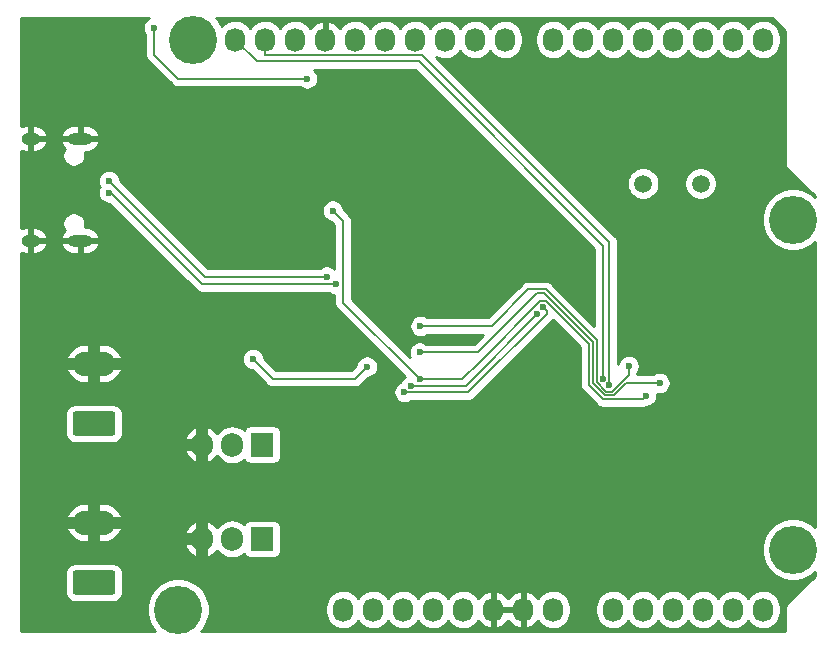
<source format=gbr>
%TF.GenerationSoftware,KiCad,Pcbnew,5.1.6*%
%TF.CreationDate,2020-09-23T15:23:14+12:00*%
%TF.ProjectId,dumbuino,64756d62-7569-46e6-9f2e-6b696361645f,v01*%
%TF.SameCoordinates,Original*%
%TF.FileFunction,Copper,L4,Bot*%
%TF.FilePolarity,Positive*%
%FSLAX46Y46*%
G04 Gerber Fmt 4.6, Leading zero omitted, Abs format (unit mm)*
G04 Created by KiCad (PCBNEW 5.1.6) date 2020-09-23 15:23:14*
%MOMM*%
%LPD*%
G01*
G04 APERTURE LIST*
%TA.AperFunction,ComponentPad*%
%ADD10O,3.600000X2.080000*%
%TD*%
%TA.AperFunction,ComponentPad*%
%ADD11O,2.100000X1.000000*%
%TD*%
%TA.AperFunction,ComponentPad*%
%ADD12O,1.600000X1.000000*%
%TD*%
%TA.AperFunction,ComponentPad*%
%ADD13C,1.500000*%
%TD*%
%TA.AperFunction,ComponentPad*%
%ADD14O,1.905000X2.000000*%
%TD*%
%TA.AperFunction,ComponentPad*%
%ADD15R,1.905000X2.000000*%
%TD*%
%TA.AperFunction,ComponentPad*%
%ADD16O,1.727200X2.032000*%
%TD*%
%TA.AperFunction,ComponentPad*%
%ADD17C,4.064000*%
%TD*%
%TA.AperFunction,ViaPad*%
%ADD18C,0.600000*%
%TD*%
%TA.AperFunction,Conductor*%
%ADD19C,0.200000*%
%TD*%
%TA.AperFunction,Conductor*%
%ADD20C,1.000000*%
%TD*%
%TA.AperFunction,Conductor*%
%ADD21C,0.254000*%
%TD*%
G04 APERTURE END LIST*
D10*
%TO.P,J3,2*%
%TO.N,GND*%
X117856000Y-116459000D03*
%TO.P,J3,1*%
%TO.N,Net-(J3-Pad1)*%
%TA.AperFunction,ComponentPad*%
G36*
G01*
X119406001Y-122579000D02*
X116305999Y-122579000D01*
G75*
G02*
X116056000Y-122329001I0J249999D01*
G01*
X116056000Y-120748999D01*
G75*
G02*
X116305999Y-120499000I249999J0D01*
G01*
X119406001Y-120499000D01*
G75*
G02*
X119656000Y-120748999I0J-249999D01*
G01*
X119656000Y-122329001D01*
G75*
G02*
X119406001Y-122579000I-249999J0D01*
G01*
G37*
%TD.AperFunction*%
%TD*%
D11*
%TO.P,J1,S1*%
%TO.N,GND*%
X116668000Y-92585000D03*
X116668000Y-83945000D03*
D12*
X112488000Y-83945000D03*
X112488000Y-92585000D03*
%TD*%
D13*
%TO.P,Y1,1*%
%TO.N,Net-(C9-Pad1)*%
X164338000Y-87757000D03*
%TO.P,Y1,2*%
%TO.N,Net-(C10-Pad1)*%
X169218000Y-87757000D03*
%TD*%
D14*
%TO.P,Q2,3*%
%TO.N,GND*%
X127000000Y-117840760D03*
%TO.P,Q2,2*%
%TO.N,Net-(J3-Pad1)*%
X129540000Y-117840760D03*
D15*
%TO.P,Q2,1*%
%TO.N,/10(\u002A\u002A/SS)*%
X132080000Y-117840760D03*
%TD*%
D14*
%TO.P,Q1,3*%
%TO.N,GND*%
X127000000Y-109855000D03*
%TO.P,Q1,2*%
%TO.N,Net-(J2-Pad1)*%
X129540000Y-109855000D03*
D15*
%TO.P,Q1,1*%
%TO.N,/9(\u002A\u002A)*%
X132080000Y-109855000D03*
%TD*%
D10*
%TO.P,J2,2*%
%TO.N,GND*%
X117856000Y-102997000D03*
%TO.P,J2,1*%
%TO.N,Net-(J2-Pad1)*%
%TA.AperFunction,ComponentPad*%
G36*
G01*
X119406001Y-109117000D02*
X116305999Y-109117000D01*
G75*
G02*
X116056000Y-108867001I0J249999D01*
G01*
X116056000Y-107286999D01*
G75*
G02*
X116305999Y-107037000I249999J0D01*
G01*
X119406001Y-107037000D01*
G75*
G02*
X119656000Y-107286999I0J-249999D01*
G01*
X119656000Y-108867001D01*
G75*
G02*
X119406001Y-109117000I-249999J0D01*
G01*
G37*
%TD.AperFunction*%
%TD*%
D16*
%TO.P,P1,1*%
%TO.N,N/C*%
X138938000Y-123825000D03*
%TO.P,P1,2*%
X141478000Y-123825000D03*
%TO.P,P1,3*%
%TO.N,/Reset*%
X144018000Y-123825000D03*
%TO.P,P1,4*%
%TO.N,N/C*%
X146558000Y-123825000D03*
%TO.P,P1,5*%
%TO.N,+5V*%
X149098000Y-123825000D03*
%TO.P,P1,6*%
%TO.N,GND*%
X151638000Y-123825000D03*
%TO.P,P1,7*%
X154178000Y-123825000D03*
%TO.P,P1,8*%
%TO.N,N/C*%
X156718000Y-123825000D03*
%TD*%
%TO.P,P2,1*%
%TO.N,/A0*%
X161798000Y-123825000D03*
%TO.P,P2,2*%
%TO.N,/A1*%
X164338000Y-123825000D03*
%TO.P,P2,3*%
%TO.N,/A2*%
X166878000Y-123825000D03*
%TO.P,P2,4*%
%TO.N,/A3*%
X169418000Y-123825000D03*
%TO.P,P2,5*%
%TO.N,/A4(SDA)*%
X171958000Y-123825000D03*
%TO.P,P2,6*%
%TO.N,/A5(SCL)*%
X174498000Y-123825000D03*
%TD*%
%TO.P,P3,1*%
%TO.N,/A5(SCL)*%
X129794000Y-75565000D03*
%TO.P,P3,2*%
%TO.N,/A4(SDA)*%
X132334000Y-75565000D03*
%TO.P,P3,3*%
%TO.N,N/C*%
X134874000Y-75565000D03*
%TO.P,P3,4*%
%TO.N,GND*%
X137414000Y-75565000D03*
%TO.P,P3,5*%
%TO.N,/13(SCK)*%
X139954000Y-75565000D03*
%TO.P,P3,6*%
%TO.N,/12(MISO)*%
X142494000Y-75565000D03*
%TO.P,P3,7*%
%TO.N,/11(\u002A\u002A/MOSI)*%
X145034000Y-75565000D03*
%TO.P,P3,8*%
%TO.N,/10(\u002A\u002A/SS)*%
X147574000Y-75565000D03*
%TO.P,P3,9*%
%TO.N,/9(\u002A\u002A)*%
X150114000Y-75565000D03*
%TO.P,P3,10*%
%TO.N,/8*%
X152654000Y-75565000D03*
%TD*%
%TO.P,P4,1*%
%TO.N,/7*%
X156718000Y-75565000D03*
%TO.P,P4,2*%
%TO.N,/6(\u002A\u002A)*%
X159258000Y-75565000D03*
%TO.P,P4,3*%
%TO.N,/5(\u002A\u002A)*%
X161798000Y-75565000D03*
%TO.P,P4,4*%
%TO.N,/4*%
X164338000Y-75565000D03*
%TO.P,P4,5*%
%TO.N,/3(\u002A\u002A)*%
X166878000Y-75565000D03*
%TO.P,P4,6*%
%TO.N,/2*%
X169418000Y-75565000D03*
%TO.P,P4,7*%
%TO.N,/1(Tx)*%
X171958000Y-75565000D03*
%TO.P,P4,8*%
%TO.N,/0(Rx)*%
X174498000Y-75565000D03*
%TD*%
D17*
%TO.P,P5,1*%
%TO.N,N/C*%
X124968000Y-123825000D03*
%TD*%
%TO.P,P6,1*%
%TO.N,N/C*%
X177038000Y-118745000D03*
%TD*%
%TO.P,P7,1*%
%TO.N,N/C*%
X126238000Y-75565000D03*
%TD*%
%TO.P,P8,1*%
%TO.N,N/C*%
X177038000Y-90805000D03*
%TD*%
D18*
%TO.N,/Reset*%
X164592000Y-105727500D03*
X145415000Y-104330500D03*
X122936000Y-74549000D03*
X135890000Y-78867000D03*
X138049000Y-90043000D03*
%TO.N,GND*%
X166878000Y-91821000D03*
X165608000Y-94869000D03*
X124714000Y-86106000D03*
X123444000Y-80645000D03*
X123444000Y-93980000D03*
X137287000Y-87630000D03*
X156464000Y-106362500D03*
X134549000Y-102623500D03*
X137160000Y-92583000D03*
X133018250Y-92568750D03*
X140970000Y-92710000D03*
X140081000Y-85471000D03*
%TO.N,/A4(SDA)*%
X161480500Y-104838500D03*
%TO.N,/A5(SCL)*%
X160953500Y-104324432D03*
%TO.N,/9(\u002A\u002A)*%
X155892500Y-98234500D03*
X144138932Y-105416068D03*
%TO.N,/1(Tx)*%
X165735000Y-104648000D03*
X145415000Y-102044500D03*
%TO.N,/0(Rx)*%
X163131500Y-103187500D03*
X145478500Y-99822000D03*
%TO.N,/10(\u002A\u002A/SS)*%
X155384500Y-98806000D03*
X144653000Y-104902000D03*
%TO.N,Net-(C7-Pad1)*%
X140970000Y-103251000D03*
X131318000Y-102616000D03*
%TO.N,Net-(J1-PadA7)*%
X119126000Y-87542000D03*
X137541000Y-95631000D03*
%TO.N,Net-(J1-PadA6)*%
X138303000Y-96258999D03*
X119126000Y-88519000D03*
%TD*%
D19*
%TO.N,/Reset*%
X160964616Y-106027499D02*
X159746980Y-104809864D01*
X164292001Y-106027499D02*
X160964616Y-106027499D01*
X164592000Y-105727500D02*
X164292001Y-106027499D01*
X159746980Y-104809864D02*
X159746980Y-103505000D01*
X155639539Y-97707499D02*
X150495000Y-102852038D01*
X156145461Y-97707499D02*
X155639539Y-97707499D01*
X159746980Y-101309018D02*
X156145461Y-97707499D01*
X159746980Y-103505000D02*
X159746980Y-101309018D01*
X150495000Y-102852038D02*
X150495000Y-102870000D01*
X149034500Y-104330500D02*
X145415000Y-104330500D01*
X150495000Y-102870000D02*
X149034500Y-104330500D01*
X122936000Y-74549000D02*
X122936000Y-76835000D01*
X122936000Y-76835000D02*
X124968000Y-78867000D01*
X124968000Y-78867000D02*
X135890000Y-78867000D01*
X145415000Y-104330500D02*
X138938000Y-97853500D01*
X138938000Y-90932000D02*
X138049000Y-90043000D01*
X138938000Y-97853500D02*
X138938000Y-90932000D01*
D20*
%TO.N,GND*%
X117856000Y-116459000D02*
X117856000Y-113919000D01*
X117856000Y-116459000D02*
X120904000Y-116459000D01*
X117856000Y-116459000D02*
X117856000Y-118491000D01*
X117856000Y-116459000D02*
X114808000Y-116459000D01*
X127000000Y-117840760D02*
X124317760Y-117840760D01*
X127000000Y-117840760D02*
X127000000Y-115443000D01*
X127000000Y-117840760D02*
X127000000Y-119507000D01*
X127000000Y-109855000D02*
X127000000Y-111887000D01*
X127000000Y-109855000D02*
X125476000Y-109855000D01*
X127000000Y-109855000D02*
X127000000Y-107823000D01*
X117856000Y-102997000D02*
X121158000Y-102997000D01*
X117856000Y-102997000D02*
X117856000Y-101219000D01*
X117856000Y-102997000D02*
X115062000Y-102997000D01*
X117856000Y-102997000D02*
X117856000Y-105283000D01*
D19*
%TO.N,/A4(SDA)*%
X132334000Y-75565000D02*
X132334000Y-76835000D01*
X132334000Y-76835000D02*
X145605500Y-76835000D01*
X161480500Y-92710000D02*
X161480500Y-104838500D01*
X145605500Y-76835000D02*
X161480500Y-92710000D01*
%TO.N,/A5(SCL)*%
X160953500Y-104324432D02*
X160953500Y-93008500D01*
X160953500Y-93008500D02*
X145351500Y-77406500D01*
X131635500Y-77406500D02*
X129794000Y-75565000D01*
X145351500Y-77406500D02*
X131635500Y-77406500D01*
%TO.N,/9(\u002A\u002A)*%
X156192499Y-98534499D02*
X156192499Y-98777963D01*
X155892500Y-98234500D02*
X156192499Y-98534499D01*
X156192499Y-98777963D02*
X149541461Y-105429001D01*
X144151865Y-105429001D02*
X144138932Y-105416068D01*
X149541461Y-105429001D02*
X144151865Y-105429001D01*
%TO.N,/1(Tx)*%
X150368000Y-102044500D02*
X145415000Y-102044500D01*
X155953902Y-97053479D02*
X155359021Y-97053479D01*
X160073990Y-101173567D02*
X155953902Y-97053479D01*
X160073990Y-104674413D02*
X160073990Y-101173567D01*
X161868912Y-105692511D02*
X161092088Y-105692511D01*
X155359021Y-97053479D02*
X150368000Y-102044500D01*
X162913422Y-104648000D02*
X161868912Y-105692511D01*
X161092088Y-105692511D02*
X160073990Y-104674413D01*
X165735000Y-104648000D02*
X162913422Y-104648000D01*
%TO.N,/0(Rx)*%
X151511000Y-99822000D02*
X145478500Y-99822000D01*
X154606531Y-96726469D02*
X151511000Y-99822000D01*
X160401000Y-104538962D02*
X160401000Y-101038116D01*
X161227539Y-105365501D02*
X160401000Y-104538962D01*
X161733461Y-105365501D02*
X161227539Y-105365501D01*
X163131500Y-103967462D02*
X161733461Y-105365501D01*
X163131500Y-103187500D02*
X163131500Y-103967462D01*
X156089353Y-96726469D02*
X154606531Y-96726469D01*
X160401000Y-101038116D02*
X156089353Y-96726469D01*
%TO.N,/10(\u002A\u002A/SS)*%
X149332999Y-104857501D02*
X146132501Y-104857501D01*
X155384500Y-98806000D02*
X149332999Y-104857501D01*
X144697499Y-104857501D02*
X144653000Y-104902000D01*
X146132501Y-104857501D02*
X144697499Y-104857501D01*
%TO.N,Net-(C7-Pad1)*%
X131318000Y-102616000D02*
X132969000Y-104267000D01*
X139954000Y-104267000D02*
X140970000Y-103251000D01*
X132969000Y-104267000D02*
X139954000Y-104267000D01*
%TO.N,Net-(J1-PadA7)*%
X127215000Y-95631000D02*
X119126000Y-87542000D01*
X137541000Y-95631000D02*
X127215000Y-95631000D01*
%TO.N,Net-(J1-PadA6)*%
X138303000Y-96258999D02*
X126992999Y-96258999D01*
X126992999Y-96258999D02*
X119253000Y-88519000D01*
X119253000Y-88519000D02*
X119126000Y-88519000D01*
%TD*%
D21*
%TO.N,GND*%
G36*
X122339972Y-73822738D02*
G01*
X122209738Y-73952972D01*
X122107414Y-74106111D01*
X122036932Y-74276271D01*
X122001000Y-74456911D01*
X122001000Y-74641089D01*
X122036932Y-74821729D01*
X122107414Y-74991889D01*
X122201000Y-75131951D01*
X122201001Y-76798885D01*
X122197444Y-76835000D01*
X122211635Y-76979085D01*
X122238816Y-77068686D01*
X122253664Y-77117633D01*
X122321914Y-77245320D01*
X122413763Y-77357238D01*
X122441808Y-77380254D01*
X124422746Y-79361193D01*
X124445762Y-79389238D01*
X124557680Y-79481087D01*
X124685367Y-79549337D01*
X124823915Y-79591365D01*
X124968000Y-79605556D01*
X125004105Y-79602000D01*
X135307049Y-79602000D01*
X135447111Y-79695586D01*
X135617271Y-79766068D01*
X135797911Y-79802000D01*
X135982089Y-79802000D01*
X136162729Y-79766068D01*
X136332889Y-79695586D01*
X136486028Y-79593262D01*
X136616262Y-79463028D01*
X136718586Y-79309889D01*
X136789068Y-79139729D01*
X136825000Y-78959089D01*
X136825000Y-78774911D01*
X136789068Y-78594271D01*
X136718586Y-78424111D01*
X136616262Y-78270972D01*
X136486790Y-78141500D01*
X145047054Y-78141500D01*
X160218501Y-93312948D01*
X160218500Y-99816170D01*
X156634612Y-96232282D01*
X156611591Y-96204231D01*
X156499673Y-96112382D01*
X156371986Y-96044132D01*
X156233438Y-96002104D01*
X156125458Y-95991469D01*
X156089353Y-95987913D01*
X156053248Y-95991469D01*
X154642636Y-95991469D01*
X154606531Y-95987913D01*
X154570426Y-95991469D01*
X154462446Y-96002104D01*
X154323898Y-96044132D01*
X154196211Y-96112382D01*
X154084293Y-96204231D01*
X154061277Y-96232276D01*
X151206554Y-99087000D01*
X146061451Y-99087000D01*
X145921389Y-98993414D01*
X145751229Y-98922932D01*
X145570589Y-98887000D01*
X145386411Y-98887000D01*
X145205771Y-98922932D01*
X145035611Y-98993414D01*
X144882472Y-99095738D01*
X144752238Y-99225972D01*
X144649914Y-99379111D01*
X144579432Y-99549271D01*
X144543500Y-99729911D01*
X144543500Y-99914089D01*
X144579432Y-100094729D01*
X144649914Y-100264889D01*
X144752238Y-100418028D01*
X144882472Y-100548262D01*
X145035611Y-100650586D01*
X145205771Y-100721068D01*
X145386411Y-100757000D01*
X145570589Y-100757000D01*
X145751229Y-100721068D01*
X145921389Y-100650586D01*
X146061451Y-100557000D01*
X150816054Y-100557000D01*
X150063554Y-101309500D01*
X145997951Y-101309500D01*
X145857889Y-101215914D01*
X145687729Y-101145432D01*
X145507089Y-101109500D01*
X145322911Y-101109500D01*
X145142271Y-101145432D01*
X144972111Y-101215914D01*
X144818972Y-101318238D01*
X144688738Y-101448472D01*
X144586414Y-101601611D01*
X144515932Y-101771771D01*
X144480000Y-101952411D01*
X144480000Y-102136589D01*
X144515932Y-102317229D01*
X144568792Y-102444845D01*
X139673000Y-97549054D01*
X139673000Y-90968105D01*
X139676556Y-90932000D01*
X139662365Y-90787915D01*
X139656707Y-90769262D01*
X139620337Y-90649367D01*
X139552087Y-90521680D01*
X139460238Y-90409762D01*
X139432193Y-90386746D01*
X138980932Y-89935485D01*
X138948068Y-89770271D01*
X138877586Y-89600111D01*
X138775262Y-89446972D01*
X138645028Y-89316738D01*
X138491889Y-89214414D01*
X138321729Y-89143932D01*
X138141089Y-89108000D01*
X137956911Y-89108000D01*
X137776271Y-89143932D01*
X137606111Y-89214414D01*
X137452972Y-89316738D01*
X137322738Y-89446972D01*
X137220414Y-89600111D01*
X137149932Y-89770271D01*
X137114000Y-89950911D01*
X137114000Y-90135089D01*
X137149932Y-90315729D01*
X137220414Y-90485889D01*
X137322738Y-90639028D01*
X137452972Y-90769262D01*
X137606111Y-90871586D01*
X137776271Y-90942068D01*
X137941485Y-90974932D01*
X138203001Y-91236448D01*
X138203000Y-94970710D01*
X138137028Y-94904738D01*
X137983889Y-94802414D01*
X137813729Y-94731932D01*
X137633089Y-94696000D01*
X137448911Y-94696000D01*
X137268271Y-94731932D01*
X137098111Y-94802414D01*
X136958049Y-94896000D01*
X127519447Y-94896000D01*
X120057932Y-87434486D01*
X120025068Y-87269271D01*
X119954586Y-87099111D01*
X119852262Y-86945972D01*
X119722028Y-86815738D01*
X119568889Y-86713414D01*
X119398729Y-86642932D01*
X119218089Y-86607000D01*
X119033911Y-86607000D01*
X118853271Y-86642932D01*
X118683111Y-86713414D01*
X118529972Y-86815738D01*
X118399738Y-86945972D01*
X118297414Y-87099111D01*
X118226932Y-87269271D01*
X118191000Y-87449911D01*
X118191000Y-87634089D01*
X118226932Y-87814729D01*
X118297414Y-87984889D01*
X118327890Y-88030500D01*
X118297414Y-88076111D01*
X118226932Y-88246271D01*
X118191000Y-88426911D01*
X118191000Y-88611089D01*
X118226932Y-88791729D01*
X118297414Y-88961889D01*
X118399738Y-89115028D01*
X118529972Y-89245262D01*
X118683111Y-89347586D01*
X118853271Y-89418068D01*
X119033911Y-89454000D01*
X119148554Y-89454000D01*
X126447745Y-96753192D01*
X126470761Y-96781237D01*
X126498805Y-96804252D01*
X126582679Y-96873086D01*
X126710365Y-96941336D01*
X126848914Y-96983364D01*
X126992999Y-96997555D01*
X127029104Y-96993999D01*
X137720049Y-96993999D01*
X137860111Y-97087585D01*
X138030271Y-97158067D01*
X138203000Y-97192425D01*
X138203000Y-97817395D01*
X138199444Y-97853500D01*
X138213635Y-97997585D01*
X138226322Y-98039408D01*
X138255663Y-98136132D01*
X138323913Y-98263819D01*
X138415762Y-98375737D01*
X138443808Y-98398754D01*
X144155174Y-104110121D01*
X144056972Y-104175738D01*
X143926738Y-104305972D01*
X143824414Y-104459111D01*
X143786815Y-104549883D01*
X143696043Y-104587482D01*
X143542904Y-104689806D01*
X143412670Y-104820040D01*
X143310346Y-104973179D01*
X143239864Y-105143339D01*
X143203932Y-105323979D01*
X143203932Y-105508157D01*
X143239864Y-105688797D01*
X143310346Y-105858957D01*
X143412670Y-106012096D01*
X143542904Y-106142330D01*
X143696043Y-106244654D01*
X143866203Y-106315136D01*
X144046843Y-106351068D01*
X144231021Y-106351068D01*
X144411661Y-106315136D01*
X144581821Y-106244654D01*
X144702527Y-106164001D01*
X149505356Y-106164001D01*
X149541461Y-106167557D01*
X149577566Y-106164001D01*
X149685546Y-106153366D01*
X149824094Y-106111338D01*
X149951781Y-106043088D01*
X150063699Y-105951239D01*
X150086720Y-105923188D01*
X156686692Y-99323217D01*
X156705938Y-99307422D01*
X159011981Y-101613466D01*
X159011980Y-103541104D01*
X159011981Y-103541114D01*
X159011980Y-104773759D01*
X159008424Y-104809864D01*
X159022615Y-104953949D01*
X159031302Y-104982585D01*
X159064643Y-105092496D01*
X159132893Y-105220183D01*
X159224742Y-105332101D01*
X159252788Y-105355118D01*
X160419362Y-106521692D01*
X160442378Y-106549737D01*
X160470422Y-106572752D01*
X160470423Y-106572753D01*
X160554296Y-106641586D01*
X160681983Y-106709836D01*
X160820531Y-106751864D01*
X160964616Y-106766055D01*
X161000721Y-106762499D01*
X164255896Y-106762499D01*
X164292001Y-106766055D01*
X164328106Y-106762499D01*
X164436086Y-106751864D01*
X164574634Y-106709836D01*
X164663194Y-106662500D01*
X164684089Y-106662500D01*
X164864729Y-106626568D01*
X165034889Y-106556086D01*
X165188028Y-106453762D01*
X165318262Y-106323528D01*
X165420586Y-106170389D01*
X165491068Y-106000229D01*
X165527000Y-105819589D01*
X165527000Y-105635411D01*
X165511370Y-105556835D01*
X165642911Y-105583000D01*
X165827089Y-105583000D01*
X166007729Y-105547068D01*
X166177889Y-105476586D01*
X166331028Y-105374262D01*
X166461262Y-105244028D01*
X166563586Y-105090889D01*
X166634068Y-104920729D01*
X166670000Y-104740089D01*
X166670000Y-104555911D01*
X166634068Y-104375271D01*
X166563586Y-104205111D01*
X166461262Y-104051972D01*
X166331028Y-103921738D01*
X166177889Y-103819414D01*
X166007729Y-103748932D01*
X165827089Y-103713000D01*
X165642911Y-103713000D01*
X165462271Y-103748932D01*
X165292111Y-103819414D01*
X165152049Y-103913000D01*
X163866500Y-103913000D01*
X163866500Y-103770451D01*
X163960086Y-103630389D01*
X164030568Y-103460229D01*
X164066500Y-103279589D01*
X164066500Y-103095411D01*
X164030568Y-102914771D01*
X163960086Y-102744611D01*
X163857762Y-102591472D01*
X163727528Y-102461238D01*
X163574389Y-102358914D01*
X163404229Y-102288432D01*
X163223589Y-102252500D01*
X163039411Y-102252500D01*
X162858771Y-102288432D01*
X162688611Y-102358914D01*
X162535472Y-102461238D01*
X162405238Y-102591472D01*
X162302914Y-102744611D01*
X162232432Y-102914771D01*
X162215500Y-102999893D01*
X162215500Y-92746094D01*
X162219055Y-92709999D01*
X162215500Y-92673904D01*
X162215500Y-92673895D01*
X162204865Y-92565915D01*
X162162837Y-92427367D01*
X162094587Y-92299680D01*
X162070183Y-92269944D01*
X162025753Y-92215806D01*
X162025750Y-92215803D01*
X162002737Y-92187762D01*
X161974698Y-92164751D01*
X157430536Y-87620589D01*
X162953000Y-87620589D01*
X162953000Y-87893411D01*
X163006225Y-88160989D01*
X163110629Y-88413043D01*
X163262201Y-88639886D01*
X163455114Y-88832799D01*
X163681957Y-88984371D01*
X163934011Y-89088775D01*
X164201589Y-89142000D01*
X164474411Y-89142000D01*
X164741989Y-89088775D01*
X164994043Y-88984371D01*
X165220886Y-88832799D01*
X165413799Y-88639886D01*
X165565371Y-88413043D01*
X165669775Y-88160989D01*
X165723000Y-87893411D01*
X165723000Y-87620589D01*
X167833000Y-87620589D01*
X167833000Y-87893411D01*
X167886225Y-88160989D01*
X167990629Y-88413043D01*
X168142201Y-88639886D01*
X168335114Y-88832799D01*
X168561957Y-88984371D01*
X168814011Y-89088775D01*
X169081589Y-89142000D01*
X169354411Y-89142000D01*
X169621989Y-89088775D01*
X169874043Y-88984371D01*
X170100886Y-88832799D01*
X170293799Y-88639886D01*
X170445371Y-88413043D01*
X170549775Y-88160989D01*
X170603000Y-87893411D01*
X170603000Y-87620589D01*
X170549775Y-87353011D01*
X170445371Y-87100957D01*
X170293799Y-86874114D01*
X170100886Y-86681201D01*
X169874043Y-86529629D01*
X169621989Y-86425225D01*
X169354411Y-86372000D01*
X169081589Y-86372000D01*
X168814011Y-86425225D01*
X168561957Y-86529629D01*
X168335114Y-86681201D01*
X168142201Y-86874114D01*
X167990629Y-87100957D01*
X167886225Y-87353011D01*
X167833000Y-87620589D01*
X165723000Y-87620589D01*
X165669775Y-87353011D01*
X165565371Y-87100957D01*
X165413799Y-86874114D01*
X165220886Y-86681201D01*
X164994043Y-86529629D01*
X164741989Y-86425225D01*
X164474411Y-86372000D01*
X164201589Y-86372000D01*
X163934011Y-86425225D01*
X163681957Y-86529629D01*
X163455114Y-86681201D01*
X163262201Y-86874114D01*
X163110629Y-87100957D01*
X163006225Y-87353011D01*
X162953000Y-87620589D01*
X157430536Y-87620589D01*
X146827666Y-77017720D01*
X146997737Y-77108625D01*
X147280224Y-77194316D01*
X147574000Y-77223251D01*
X147867777Y-77194316D01*
X148150264Y-77108625D01*
X148410606Y-76969469D01*
X148638797Y-76782197D01*
X148826069Y-76554006D01*
X148844000Y-76520459D01*
X148861931Y-76554006D01*
X149049203Y-76782197D01*
X149277395Y-76969469D01*
X149537737Y-77108625D01*
X149820224Y-77194316D01*
X150114000Y-77223251D01*
X150407777Y-77194316D01*
X150690264Y-77108625D01*
X150950606Y-76969469D01*
X151178797Y-76782197D01*
X151366069Y-76554006D01*
X151384000Y-76520459D01*
X151401931Y-76554006D01*
X151589203Y-76782197D01*
X151817395Y-76969469D01*
X152077737Y-77108625D01*
X152360224Y-77194316D01*
X152654000Y-77223251D01*
X152947777Y-77194316D01*
X153230264Y-77108625D01*
X153490606Y-76969469D01*
X153718797Y-76782197D01*
X153906069Y-76554006D01*
X154045225Y-76293663D01*
X154130916Y-76011176D01*
X154152600Y-75791018D01*
X154152600Y-75338982D01*
X155219400Y-75338982D01*
X155219400Y-75791019D01*
X155241084Y-76011177D01*
X155326775Y-76293664D01*
X155465931Y-76554006D01*
X155653203Y-76782197D01*
X155881395Y-76969469D01*
X156141737Y-77108625D01*
X156424224Y-77194316D01*
X156718000Y-77223251D01*
X157011777Y-77194316D01*
X157294264Y-77108625D01*
X157554606Y-76969469D01*
X157782797Y-76782197D01*
X157970069Y-76554006D01*
X157988000Y-76520459D01*
X158005931Y-76554006D01*
X158193203Y-76782197D01*
X158421395Y-76969469D01*
X158681737Y-77108625D01*
X158964224Y-77194316D01*
X159258000Y-77223251D01*
X159551777Y-77194316D01*
X159834264Y-77108625D01*
X160094606Y-76969469D01*
X160322797Y-76782197D01*
X160510069Y-76554006D01*
X160528000Y-76520459D01*
X160545931Y-76554006D01*
X160733203Y-76782197D01*
X160961395Y-76969469D01*
X161221737Y-77108625D01*
X161504224Y-77194316D01*
X161798000Y-77223251D01*
X162091777Y-77194316D01*
X162374264Y-77108625D01*
X162634606Y-76969469D01*
X162862797Y-76782197D01*
X163050069Y-76554006D01*
X163068000Y-76520459D01*
X163085931Y-76554006D01*
X163273203Y-76782197D01*
X163501395Y-76969469D01*
X163761737Y-77108625D01*
X164044224Y-77194316D01*
X164338000Y-77223251D01*
X164631777Y-77194316D01*
X164914264Y-77108625D01*
X165174606Y-76969469D01*
X165402797Y-76782197D01*
X165590069Y-76554006D01*
X165608000Y-76520459D01*
X165625931Y-76554006D01*
X165813203Y-76782197D01*
X166041395Y-76969469D01*
X166301737Y-77108625D01*
X166584224Y-77194316D01*
X166878000Y-77223251D01*
X167171777Y-77194316D01*
X167454264Y-77108625D01*
X167714606Y-76969469D01*
X167942797Y-76782197D01*
X168130069Y-76554006D01*
X168148000Y-76520459D01*
X168165931Y-76554006D01*
X168353203Y-76782197D01*
X168581395Y-76969469D01*
X168841737Y-77108625D01*
X169124224Y-77194316D01*
X169418000Y-77223251D01*
X169711777Y-77194316D01*
X169994264Y-77108625D01*
X170254606Y-76969469D01*
X170482797Y-76782197D01*
X170670069Y-76554006D01*
X170688000Y-76520459D01*
X170705931Y-76554006D01*
X170893203Y-76782197D01*
X171121395Y-76969469D01*
X171381737Y-77108625D01*
X171664224Y-77194316D01*
X171958000Y-77223251D01*
X172251777Y-77194316D01*
X172534264Y-77108625D01*
X172794606Y-76969469D01*
X173022797Y-76782197D01*
X173210069Y-76554006D01*
X173228000Y-76520459D01*
X173245931Y-76554006D01*
X173433203Y-76782197D01*
X173661395Y-76969469D01*
X173921737Y-77108625D01*
X174204224Y-77194316D01*
X174498000Y-77223251D01*
X174791777Y-77194316D01*
X175074264Y-77108625D01*
X175334606Y-76969469D01*
X175562797Y-76782197D01*
X175750069Y-76554006D01*
X175889225Y-76293663D01*
X175974916Y-76011176D01*
X175996600Y-75791018D01*
X175996600Y-75338981D01*
X175974916Y-75118823D01*
X175889225Y-74836336D01*
X175750069Y-74575994D01*
X175562797Y-74347803D01*
X175334605Y-74160531D01*
X175074263Y-74021375D01*
X174791776Y-73935684D01*
X174498000Y-73906749D01*
X174204223Y-73935684D01*
X173921736Y-74021375D01*
X173661394Y-74160531D01*
X173433203Y-74347803D01*
X173245931Y-74575995D01*
X173228000Y-74609541D01*
X173210069Y-74575994D01*
X173022797Y-74347803D01*
X172794605Y-74160531D01*
X172534263Y-74021375D01*
X172251776Y-73935684D01*
X171958000Y-73906749D01*
X171664223Y-73935684D01*
X171381736Y-74021375D01*
X171121394Y-74160531D01*
X170893203Y-74347803D01*
X170705931Y-74575995D01*
X170688000Y-74609541D01*
X170670069Y-74575994D01*
X170482797Y-74347803D01*
X170254605Y-74160531D01*
X169994263Y-74021375D01*
X169711776Y-73935684D01*
X169418000Y-73906749D01*
X169124223Y-73935684D01*
X168841736Y-74021375D01*
X168581394Y-74160531D01*
X168353203Y-74347803D01*
X168165931Y-74575995D01*
X168148000Y-74609541D01*
X168130069Y-74575994D01*
X167942797Y-74347803D01*
X167714605Y-74160531D01*
X167454263Y-74021375D01*
X167171776Y-73935684D01*
X166878000Y-73906749D01*
X166584223Y-73935684D01*
X166301736Y-74021375D01*
X166041394Y-74160531D01*
X165813203Y-74347803D01*
X165625931Y-74575995D01*
X165608000Y-74609541D01*
X165590069Y-74575994D01*
X165402797Y-74347803D01*
X165174605Y-74160531D01*
X164914263Y-74021375D01*
X164631776Y-73935684D01*
X164338000Y-73906749D01*
X164044223Y-73935684D01*
X163761736Y-74021375D01*
X163501394Y-74160531D01*
X163273203Y-74347803D01*
X163085931Y-74575995D01*
X163068000Y-74609541D01*
X163050069Y-74575994D01*
X162862797Y-74347803D01*
X162634605Y-74160531D01*
X162374263Y-74021375D01*
X162091776Y-73935684D01*
X161798000Y-73906749D01*
X161504223Y-73935684D01*
X161221736Y-74021375D01*
X160961394Y-74160531D01*
X160733203Y-74347803D01*
X160545931Y-74575995D01*
X160528000Y-74609541D01*
X160510069Y-74575994D01*
X160322797Y-74347803D01*
X160094605Y-74160531D01*
X159834263Y-74021375D01*
X159551776Y-73935684D01*
X159258000Y-73906749D01*
X158964223Y-73935684D01*
X158681736Y-74021375D01*
X158421394Y-74160531D01*
X158193203Y-74347803D01*
X158005931Y-74575995D01*
X157988000Y-74609541D01*
X157970069Y-74575994D01*
X157782797Y-74347803D01*
X157554605Y-74160531D01*
X157294263Y-74021375D01*
X157011776Y-73935684D01*
X156718000Y-73906749D01*
X156424223Y-73935684D01*
X156141736Y-74021375D01*
X155881394Y-74160531D01*
X155653203Y-74347803D01*
X155465931Y-74575995D01*
X155326775Y-74836337D01*
X155241084Y-75118824D01*
X155219400Y-75338982D01*
X154152600Y-75338982D01*
X154152600Y-75338981D01*
X154130916Y-75118823D01*
X154045225Y-74836336D01*
X153906069Y-74575994D01*
X153718797Y-74347803D01*
X153490605Y-74160531D01*
X153230263Y-74021375D01*
X152947776Y-73935684D01*
X152654000Y-73906749D01*
X152360223Y-73935684D01*
X152077736Y-74021375D01*
X151817394Y-74160531D01*
X151589203Y-74347803D01*
X151401931Y-74575995D01*
X151384000Y-74609541D01*
X151366069Y-74575994D01*
X151178797Y-74347803D01*
X150950605Y-74160531D01*
X150690263Y-74021375D01*
X150407776Y-73935684D01*
X150114000Y-73906749D01*
X149820223Y-73935684D01*
X149537736Y-74021375D01*
X149277394Y-74160531D01*
X149049203Y-74347803D01*
X148861931Y-74575995D01*
X148844000Y-74609541D01*
X148826069Y-74575994D01*
X148638797Y-74347803D01*
X148410605Y-74160531D01*
X148150263Y-74021375D01*
X147867776Y-73935684D01*
X147574000Y-73906749D01*
X147280223Y-73935684D01*
X146997736Y-74021375D01*
X146737394Y-74160531D01*
X146509203Y-74347803D01*
X146321931Y-74575995D01*
X146304000Y-74609541D01*
X146286069Y-74575994D01*
X146098797Y-74347803D01*
X145870605Y-74160531D01*
X145610263Y-74021375D01*
X145327776Y-73935684D01*
X145034000Y-73906749D01*
X144740223Y-73935684D01*
X144457736Y-74021375D01*
X144197394Y-74160531D01*
X143969203Y-74347803D01*
X143781931Y-74575995D01*
X143764000Y-74609541D01*
X143746069Y-74575994D01*
X143558797Y-74347803D01*
X143330605Y-74160531D01*
X143070263Y-74021375D01*
X142787776Y-73935684D01*
X142494000Y-73906749D01*
X142200223Y-73935684D01*
X141917736Y-74021375D01*
X141657394Y-74160531D01*
X141429203Y-74347803D01*
X141241931Y-74575995D01*
X141224000Y-74609541D01*
X141206069Y-74575994D01*
X141018797Y-74347803D01*
X140790605Y-74160531D01*
X140530263Y-74021375D01*
X140247776Y-73935684D01*
X139954000Y-73906749D01*
X139660223Y-73935684D01*
X139377736Y-74021375D01*
X139117394Y-74160531D01*
X138889203Y-74347803D01*
X138701931Y-74575995D01*
X138680576Y-74615947D01*
X138532486Y-74413271D01*
X138316035Y-74214267D01*
X138064919Y-74061314D01*
X137788789Y-73960291D01*
X137773026Y-73957642D01*
X137541000Y-74078783D01*
X137541000Y-75438000D01*
X137561000Y-75438000D01*
X137561000Y-75692000D01*
X137541000Y-75692000D01*
X137541000Y-75712000D01*
X137287000Y-75712000D01*
X137287000Y-75692000D01*
X137267000Y-75692000D01*
X137267000Y-75438000D01*
X137287000Y-75438000D01*
X137287000Y-74078783D01*
X137054974Y-73957642D01*
X137039211Y-73960291D01*
X136763081Y-74061314D01*
X136511965Y-74214267D01*
X136295514Y-74413271D01*
X136147424Y-74615947D01*
X136126069Y-74575994D01*
X135938797Y-74347803D01*
X135710605Y-74160531D01*
X135450263Y-74021375D01*
X135167776Y-73935684D01*
X134874000Y-73906749D01*
X134580223Y-73935684D01*
X134297736Y-74021375D01*
X134037394Y-74160531D01*
X133809203Y-74347803D01*
X133621931Y-74575995D01*
X133604000Y-74609541D01*
X133586069Y-74575994D01*
X133398797Y-74347803D01*
X133170605Y-74160531D01*
X132910263Y-74021375D01*
X132627776Y-73935684D01*
X132334000Y-73906749D01*
X132040223Y-73935684D01*
X131757736Y-74021375D01*
X131497394Y-74160531D01*
X131269203Y-74347803D01*
X131081931Y-74575995D01*
X131064000Y-74609541D01*
X131046069Y-74575994D01*
X130858797Y-74347803D01*
X130630605Y-74160531D01*
X130370263Y-74021375D01*
X130087776Y-73935684D01*
X129794000Y-73906749D01*
X129500223Y-73935684D01*
X129217736Y-74021375D01*
X128957394Y-74160531D01*
X128729203Y-74347803D01*
X128657001Y-74435781D01*
X128601464Y-74301702D01*
X128309594Y-73864887D01*
X128179707Y-73735000D01*
X175219909Y-73735000D01*
X176328001Y-74843093D01*
X176328000Y-85944125D01*
X176324565Y-85979000D01*
X176328000Y-86013875D01*
X176328000Y-86013876D01*
X176338273Y-86118183D01*
X176378872Y-86252019D01*
X176444800Y-86375362D01*
X176533525Y-86483474D01*
X176560617Y-86505708D01*
X178868001Y-88813093D01*
X178868001Y-88863294D01*
X178738113Y-88733406D01*
X178301298Y-88441536D01*
X177815935Y-88240492D01*
X177300677Y-88138000D01*
X176775323Y-88138000D01*
X176260065Y-88240492D01*
X175774702Y-88441536D01*
X175337887Y-88733406D01*
X174966406Y-89104887D01*
X174674536Y-89541702D01*
X174473492Y-90027065D01*
X174371000Y-90542323D01*
X174371000Y-91067677D01*
X174473492Y-91582935D01*
X174674536Y-92068298D01*
X174966406Y-92505113D01*
X175337887Y-92876594D01*
X175774702Y-93168464D01*
X176260065Y-93369508D01*
X176775323Y-93472000D01*
X177300677Y-93472000D01*
X177815935Y-93369508D01*
X178301298Y-93168464D01*
X178738113Y-92876594D01*
X178868001Y-92746706D01*
X178868000Y-116803293D01*
X178738113Y-116673406D01*
X178301298Y-116381536D01*
X177815935Y-116180492D01*
X177300677Y-116078000D01*
X176775323Y-116078000D01*
X176260065Y-116180492D01*
X175774702Y-116381536D01*
X175337887Y-116673406D01*
X174966406Y-117044887D01*
X174674536Y-117481702D01*
X174473492Y-117967065D01*
X174371000Y-118482323D01*
X174371000Y-119007677D01*
X174473492Y-119522935D01*
X174674536Y-120008298D01*
X174966406Y-120445113D01*
X175337887Y-120816594D01*
X175774702Y-121108464D01*
X176260065Y-121309508D01*
X176775323Y-121412000D01*
X177300677Y-121412000D01*
X177815935Y-121309508D01*
X178301298Y-121108464D01*
X178738113Y-120816594D01*
X178868000Y-120686707D01*
X178868000Y-120990908D01*
X176560617Y-123298292D01*
X176533526Y-123320525D01*
X176511293Y-123347616D01*
X176444801Y-123428637D01*
X176378872Y-123551981D01*
X176338274Y-123685816D01*
X176324565Y-123825000D01*
X176328001Y-123859885D01*
X176328000Y-125655000D01*
X126909707Y-125655000D01*
X127039594Y-125525113D01*
X127331464Y-125088298D01*
X127532508Y-124602935D01*
X127635000Y-124087677D01*
X127635000Y-123598982D01*
X137439400Y-123598982D01*
X137439400Y-124051019D01*
X137461084Y-124271177D01*
X137546775Y-124553664D01*
X137685931Y-124814006D01*
X137873203Y-125042197D01*
X138101395Y-125229469D01*
X138361737Y-125368625D01*
X138644224Y-125454316D01*
X138938000Y-125483251D01*
X139231777Y-125454316D01*
X139514264Y-125368625D01*
X139774606Y-125229469D01*
X140002797Y-125042197D01*
X140190069Y-124814006D01*
X140208000Y-124780459D01*
X140225931Y-124814006D01*
X140413203Y-125042197D01*
X140641395Y-125229469D01*
X140901737Y-125368625D01*
X141184224Y-125454316D01*
X141478000Y-125483251D01*
X141771777Y-125454316D01*
X142054264Y-125368625D01*
X142314606Y-125229469D01*
X142542797Y-125042197D01*
X142730069Y-124814006D01*
X142748000Y-124780459D01*
X142765931Y-124814006D01*
X142953203Y-125042197D01*
X143181395Y-125229469D01*
X143441737Y-125368625D01*
X143724224Y-125454316D01*
X144018000Y-125483251D01*
X144311777Y-125454316D01*
X144594264Y-125368625D01*
X144854606Y-125229469D01*
X145082797Y-125042197D01*
X145270069Y-124814006D01*
X145288000Y-124780459D01*
X145305931Y-124814006D01*
X145493203Y-125042197D01*
X145721395Y-125229469D01*
X145981737Y-125368625D01*
X146264224Y-125454316D01*
X146558000Y-125483251D01*
X146851777Y-125454316D01*
X147134264Y-125368625D01*
X147394606Y-125229469D01*
X147622797Y-125042197D01*
X147810069Y-124814006D01*
X147828000Y-124780459D01*
X147845931Y-124814006D01*
X148033203Y-125042197D01*
X148261395Y-125229469D01*
X148521737Y-125368625D01*
X148804224Y-125454316D01*
X149098000Y-125483251D01*
X149391777Y-125454316D01*
X149674264Y-125368625D01*
X149934606Y-125229469D01*
X150162797Y-125042197D01*
X150350069Y-124814006D01*
X150371424Y-124774053D01*
X150519514Y-124976729D01*
X150735965Y-125175733D01*
X150987081Y-125328686D01*
X151263211Y-125429709D01*
X151278974Y-125432358D01*
X151511000Y-125311217D01*
X151511000Y-123952000D01*
X151765000Y-123952000D01*
X151765000Y-125311217D01*
X151997026Y-125432358D01*
X152012789Y-125429709D01*
X152288919Y-125328686D01*
X152540035Y-125175733D01*
X152756486Y-124976729D01*
X152908000Y-124769367D01*
X153059514Y-124976729D01*
X153275965Y-125175733D01*
X153527081Y-125328686D01*
X153803211Y-125429709D01*
X153818974Y-125432358D01*
X154051000Y-125311217D01*
X154051000Y-123952000D01*
X151765000Y-123952000D01*
X151511000Y-123952000D01*
X151491000Y-123952000D01*
X151491000Y-123698000D01*
X151511000Y-123698000D01*
X151511000Y-122338783D01*
X151765000Y-122338783D01*
X151765000Y-123698000D01*
X154051000Y-123698000D01*
X154051000Y-122338783D01*
X154305000Y-122338783D01*
X154305000Y-123698000D01*
X154325000Y-123698000D01*
X154325000Y-123952000D01*
X154305000Y-123952000D01*
X154305000Y-125311217D01*
X154537026Y-125432358D01*
X154552789Y-125429709D01*
X154828919Y-125328686D01*
X155080035Y-125175733D01*
X155296486Y-124976729D01*
X155444576Y-124774053D01*
X155465931Y-124814006D01*
X155653203Y-125042197D01*
X155881395Y-125229469D01*
X156141737Y-125368625D01*
X156424224Y-125454316D01*
X156718000Y-125483251D01*
X157011777Y-125454316D01*
X157294264Y-125368625D01*
X157554606Y-125229469D01*
X157782797Y-125042197D01*
X157970069Y-124814006D01*
X158109225Y-124553663D01*
X158194916Y-124271176D01*
X158216600Y-124051018D01*
X158216600Y-123598982D01*
X160299400Y-123598982D01*
X160299400Y-124051019D01*
X160321084Y-124271177D01*
X160406775Y-124553664D01*
X160545931Y-124814006D01*
X160733203Y-125042197D01*
X160961395Y-125229469D01*
X161221737Y-125368625D01*
X161504224Y-125454316D01*
X161798000Y-125483251D01*
X162091777Y-125454316D01*
X162374264Y-125368625D01*
X162634606Y-125229469D01*
X162862797Y-125042197D01*
X163050069Y-124814006D01*
X163068000Y-124780459D01*
X163085931Y-124814006D01*
X163273203Y-125042197D01*
X163501395Y-125229469D01*
X163761737Y-125368625D01*
X164044224Y-125454316D01*
X164338000Y-125483251D01*
X164631777Y-125454316D01*
X164914264Y-125368625D01*
X165174606Y-125229469D01*
X165402797Y-125042197D01*
X165590069Y-124814006D01*
X165608000Y-124780459D01*
X165625931Y-124814006D01*
X165813203Y-125042197D01*
X166041395Y-125229469D01*
X166301737Y-125368625D01*
X166584224Y-125454316D01*
X166878000Y-125483251D01*
X167171777Y-125454316D01*
X167454264Y-125368625D01*
X167714606Y-125229469D01*
X167942797Y-125042197D01*
X168130069Y-124814006D01*
X168148000Y-124780459D01*
X168165931Y-124814006D01*
X168353203Y-125042197D01*
X168581395Y-125229469D01*
X168841737Y-125368625D01*
X169124224Y-125454316D01*
X169418000Y-125483251D01*
X169711777Y-125454316D01*
X169994264Y-125368625D01*
X170254606Y-125229469D01*
X170482797Y-125042197D01*
X170670069Y-124814006D01*
X170688000Y-124780459D01*
X170705931Y-124814006D01*
X170893203Y-125042197D01*
X171121395Y-125229469D01*
X171381737Y-125368625D01*
X171664224Y-125454316D01*
X171958000Y-125483251D01*
X172251777Y-125454316D01*
X172534264Y-125368625D01*
X172794606Y-125229469D01*
X173022797Y-125042197D01*
X173210069Y-124814006D01*
X173228000Y-124780459D01*
X173245931Y-124814006D01*
X173433203Y-125042197D01*
X173661395Y-125229469D01*
X173921737Y-125368625D01*
X174204224Y-125454316D01*
X174498000Y-125483251D01*
X174791777Y-125454316D01*
X175074264Y-125368625D01*
X175334606Y-125229469D01*
X175562797Y-125042197D01*
X175750069Y-124814006D01*
X175889225Y-124553663D01*
X175974916Y-124271176D01*
X175996600Y-124051018D01*
X175996600Y-123598981D01*
X175974916Y-123378823D01*
X175889225Y-123096336D01*
X175750069Y-122835994D01*
X175562797Y-122607803D01*
X175334605Y-122420531D01*
X175074263Y-122281375D01*
X174791776Y-122195684D01*
X174498000Y-122166749D01*
X174204223Y-122195684D01*
X173921736Y-122281375D01*
X173661394Y-122420531D01*
X173433203Y-122607803D01*
X173245931Y-122835995D01*
X173228000Y-122869541D01*
X173210069Y-122835994D01*
X173022797Y-122607803D01*
X172794605Y-122420531D01*
X172534263Y-122281375D01*
X172251776Y-122195684D01*
X171958000Y-122166749D01*
X171664223Y-122195684D01*
X171381736Y-122281375D01*
X171121394Y-122420531D01*
X170893203Y-122607803D01*
X170705931Y-122835995D01*
X170688000Y-122869541D01*
X170670069Y-122835994D01*
X170482797Y-122607803D01*
X170254605Y-122420531D01*
X169994263Y-122281375D01*
X169711776Y-122195684D01*
X169418000Y-122166749D01*
X169124223Y-122195684D01*
X168841736Y-122281375D01*
X168581394Y-122420531D01*
X168353203Y-122607803D01*
X168165931Y-122835995D01*
X168148000Y-122869541D01*
X168130069Y-122835994D01*
X167942797Y-122607803D01*
X167714605Y-122420531D01*
X167454263Y-122281375D01*
X167171776Y-122195684D01*
X166878000Y-122166749D01*
X166584223Y-122195684D01*
X166301736Y-122281375D01*
X166041394Y-122420531D01*
X165813203Y-122607803D01*
X165625931Y-122835995D01*
X165608000Y-122869541D01*
X165590069Y-122835994D01*
X165402797Y-122607803D01*
X165174605Y-122420531D01*
X164914263Y-122281375D01*
X164631776Y-122195684D01*
X164338000Y-122166749D01*
X164044223Y-122195684D01*
X163761736Y-122281375D01*
X163501394Y-122420531D01*
X163273203Y-122607803D01*
X163085931Y-122835995D01*
X163068000Y-122869541D01*
X163050069Y-122835994D01*
X162862797Y-122607803D01*
X162634605Y-122420531D01*
X162374263Y-122281375D01*
X162091776Y-122195684D01*
X161798000Y-122166749D01*
X161504223Y-122195684D01*
X161221736Y-122281375D01*
X160961394Y-122420531D01*
X160733203Y-122607803D01*
X160545931Y-122835995D01*
X160406775Y-123096337D01*
X160321084Y-123378824D01*
X160299400Y-123598982D01*
X158216600Y-123598982D01*
X158216600Y-123598981D01*
X158194916Y-123378823D01*
X158109225Y-123096336D01*
X157970069Y-122835994D01*
X157782797Y-122607803D01*
X157554605Y-122420531D01*
X157294263Y-122281375D01*
X157011776Y-122195684D01*
X156718000Y-122166749D01*
X156424223Y-122195684D01*
X156141736Y-122281375D01*
X155881394Y-122420531D01*
X155653203Y-122607803D01*
X155465931Y-122835995D01*
X155444576Y-122875947D01*
X155296486Y-122673271D01*
X155080035Y-122474267D01*
X154828919Y-122321314D01*
X154552789Y-122220291D01*
X154537026Y-122217642D01*
X154305000Y-122338783D01*
X154051000Y-122338783D01*
X153818974Y-122217642D01*
X153803211Y-122220291D01*
X153527081Y-122321314D01*
X153275965Y-122474267D01*
X153059514Y-122673271D01*
X152908000Y-122880633D01*
X152756486Y-122673271D01*
X152540035Y-122474267D01*
X152288919Y-122321314D01*
X152012789Y-122220291D01*
X151997026Y-122217642D01*
X151765000Y-122338783D01*
X151511000Y-122338783D01*
X151278974Y-122217642D01*
X151263211Y-122220291D01*
X150987081Y-122321314D01*
X150735965Y-122474267D01*
X150519514Y-122673271D01*
X150371424Y-122875947D01*
X150350069Y-122835994D01*
X150162797Y-122607803D01*
X149934605Y-122420531D01*
X149674263Y-122281375D01*
X149391776Y-122195684D01*
X149098000Y-122166749D01*
X148804223Y-122195684D01*
X148521736Y-122281375D01*
X148261394Y-122420531D01*
X148033203Y-122607803D01*
X147845931Y-122835995D01*
X147828000Y-122869541D01*
X147810069Y-122835994D01*
X147622797Y-122607803D01*
X147394605Y-122420531D01*
X147134263Y-122281375D01*
X146851776Y-122195684D01*
X146558000Y-122166749D01*
X146264223Y-122195684D01*
X145981736Y-122281375D01*
X145721394Y-122420531D01*
X145493203Y-122607803D01*
X145305931Y-122835995D01*
X145288000Y-122869541D01*
X145270069Y-122835994D01*
X145082797Y-122607803D01*
X144854605Y-122420531D01*
X144594263Y-122281375D01*
X144311776Y-122195684D01*
X144018000Y-122166749D01*
X143724223Y-122195684D01*
X143441736Y-122281375D01*
X143181394Y-122420531D01*
X142953203Y-122607803D01*
X142765931Y-122835995D01*
X142748000Y-122869541D01*
X142730069Y-122835994D01*
X142542797Y-122607803D01*
X142314605Y-122420531D01*
X142054263Y-122281375D01*
X141771776Y-122195684D01*
X141478000Y-122166749D01*
X141184223Y-122195684D01*
X140901736Y-122281375D01*
X140641394Y-122420531D01*
X140413203Y-122607803D01*
X140225931Y-122835995D01*
X140208000Y-122869541D01*
X140190069Y-122835994D01*
X140002797Y-122607803D01*
X139774605Y-122420531D01*
X139514263Y-122281375D01*
X139231776Y-122195684D01*
X138938000Y-122166749D01*
X138644223Y-122195684D01*
X138361736Y-122281375D01*
X138101394Y-122420531D01*
X137873203Y-122607803D01*
X137685931Y-122835995D01*
X137546775Y-123096337D01*
X137461084Y-123378824D01*
X137439400Y-123598982D01*
X127635000Y-123598982D01*
X127635000Y-123562323D01*
X127532508Y-123047065D01*
X127331464Y-122561702D01*
X127039594Y-122124887D01*
X126668113Y-121753406D01*
X126231298Y-121461536D01*
X125745935Y-121260492D01*
X125230677Y-121158000D01*
X124705323Y-121158000D01*
X124190065Y-121260492D01*
X123704702Y-121461536D01*
X123267887Y-121753406D01*
X122896406Y-122124887D01*
X122604536Y-122561702D01*
X122403492Y-123047065D01*
X122301000Y-123562323D01*
X122301000Y-124087677D01*
X122403492Y-124602935D01*
X122604536Y-125088298D01*
X122896406Y-125525113D01*
X123026293Y-125655000D01*
X111708000Y-125655000D01*
X111708000Y-120748999D01*
X115417928Y-120748999D01*
X115417928Y-122329001D01*
X115434992Y-122502255D01*
X115485528Y-122668851D01*
X115567595Y-122822387D01*
X115678038Y-122956962D01*
X115812613Y-123067405D01*
X115966149Y-123149472D01*
X116132745Y-123200008D01*
X116305999Y-123217072D01*
X119406001Y-123217072D01*
X119579255Y-123200008D01*
X119745851Y-123149472D01*
X119899387Y-123067405D01*
X120033962Y-122956962D01*
X120144405Y-122822387D01*
X120226472Y-122668851D01*
X120277008Y-122502255D01*
X120294072Y-122329001D01*
X120294072Y-120748999D01*
X120277008Y-120575745D01*
X120226472Y-120409149D01*
X120144405Y-120255613D01*
X120033962Y-120121038D01*
X119899387Y-120010595D01*
X119745851Y-119928528D01*
X119579255Y-119877992D01*
X119406001Y-119860928D01*
X116305999Y-119860928D01*
X116132745Y-119877992D01*
X115966149Y-119928528D01*
X115812613Y-120010595D01*
X115678038Y-120121038D01*
X115567595Y-120255613D01*
X115485528Y-120409149D01*
X115434992Y-120575745D01*
X115417928Y-120748999D01*
X111708000Y-120748999D01*
X111708000Y-118214623D01*
X125447622Y-118214623D01*
X125541121Y-118511206D01*
X125690684Y-118783849D01*
X125890563Y-119022075D01*
X126133077Y-119216729D01*
X126408906Y-119360331D01*
X126627020Y-119431323D01*
X126873000Y-119311354D01*
X126873000Y-117967760D01*
X125574430Y-117967760D01*
X125447622Y-118214623D01*
X111708000Y-118214623D01*
X111708000Y-116845710D01*
X115466252Y-116845710D01*
X115499901Y-116982663D01*
X115632731Y-117283984D01*
X115821794Y-117553602D01*
X116059824Y-117781155D01*
X116337673Y-117957898D01*
X116644664Y-118077039D01*
X116969000Y-118134000D01*
X117729000Y-118134000D01*
X117729000Y-116586000D01*
X117983000Y-116586000D01*
X117983000Y-118134000D01*
X118743000Y-118134000D01*
X119067336Y-118077039D01*
X119374327Y-117957898D01*
X119652176Y-117781155D01*
X119890206Y-117553602D01*
X119951005Y-117466897D01*
X125447622Y-117466897D01*
X125574430Y-117713760D01*
X126873000Y-117713760D01*
X126873000Y-116370166D01*
X127127000Y-116370166D01*
X127127000Y-117713760D01*
X127147000Y-117713760D01*
X127147000Y-117967760D01*
X127127000Y-117967760D01*
X127127000Y-119311354D01*
X127372980Y-119431323D01*
X127591094Y-119360331D01*
X127866923Y-119216729D01*
X128109437Y-119022075D01*
X128264838Y-118836860D01*
X128412037Y-119016223D01*
X128653765Y-119214605D01*
X128929551Y-119362015D01*
X129228796Y-119452790D01*
X129540000Y-119483441D01*
X129851203Y-119452790D01*
X130150448Y-119362015D01*
X130426234Y-119214605D01*
X130552095Y-119111313D01*
X130596963Y-119195254D01*
X130676315Y-119291945D01*
X130773006Y-119371297D01*
X130883320Y-119430262D01*
X131003018Y-119466572D01*
X131127500Y-119478832D01*
X133032500Y-119478832D01*
X133156982Y-119466572D01*
X133276680Y-119430262D01*
X133386994Y-119371297D01*
X133483685Y-119291945D01*
X133563037Y-119195254D01*
X133622002Y-119084940D01*
X133658312Y-118965242D01*
X133670572Y-118840760D01*
X133670572Y-116840760D01*
X133658312Y-116716278D01*
X133622002Y-116596580D01*
X133563037Y-116486266D01*
X133483685Y-116389575D01*
X133386994Y-116310223D01*
X133276680Y-116251258D01*
X133156982Y-116214948D01*
X133032500Y-116202688D01*
X131127500Y-116202688D01*
X131003018Y-116214948D01*
X130883320Y-116251258D01*
X130773006Y-116310223D01*
X130676315Y-116389575D01*
X130596963Y-116486266D01*
X130552095Y-116570206D01*
X130426235Y-116466915D01*
X130150449Y-116319505D01*
X129851204Y-116228730D01*
X129540000Y-116198079D01*
X129228797Y-116228730D01*
X128929552Y-116319505D01*
X128653766Y-116466915D01*
X128412037Y-116665297D01*
X128264837Y-116844659D01*
X128109437Y-116659445D01*
X127866923Y-116464791D01*
X127591094Y-116321189D01*
X127372980Y-116250197D01*
X127127000Y-116370166D01*
X126873000Y-116370166D01*
X126627020Y-116250197D01*
X126408906Y-116321189D01*
X126133077Y-116464791D01*
X125890563Y-116659445D01*
X125690684Y-116897671D01*
X125541121Y-117170314D01*
X125447622Y-117466897D01*
X119951005Y-117466897D01*
X120079269Y-117283984D01*
X120212099Y-116982663D01*
X120245748Y-116845710D01*
X120126922Y-116586000D01*
X117983000Y-116586000D01*
X117729000Y-116586000D01*
X115585078Y-116586000D01*
X115466252Y-116845710D01*
X111708000Y-116845710D01*
X111708000Y-116072290D01*
X115466252Y-116072290D01*
X115585078Y-116332000D01*
X117729000Y-116332000D01*
X117729000Y-114784000D01*
X117983000Y-114784000D01*
X117983000Y-116332000D01*
X120126922Y-116332000D01*
X120245748Y-116072290D01*
X120212099Y-115935337D01*
X120079269Y-115634016D01*
X119890206Y-115364398D01*
X119652176Y-115136845D01*
X119374327Y-114960102D01*
X119067336Y-114840961D01*
X118743000Y-114784000D01*
X117983000Y-114784000D01*
X117729000Y-114784000D01*
X116969000Y-114784000D01*
X116644664Y-114840961D01*
X116337673Y-114960102D01*
X116059824Y-115136845D01*
X115821794Y-115364398D01*
X115632731Y-115634016D01*
X115499901Y-115935337D01*
X115466252Y-116072290D01*
X111708000Y-116072290D01*
X111708000Y-110228863D01*
X125447622Y-110228863D01*
X125541121Y-110525446D01*
X125690684Y-110798089D01*
X125890563Y-111036315D01*
X126133077Y-111230969D01*
X126408906Y-111374571D01*
X126627020Y-111445563D01*
X126873000Y-111325594D01*
X126873000Y-109982000D01*
X125574430Y-109982000D01*
X125447622Y-110228863D01*
X111708000Y-110228863D01*
X111708000Y-107286999D01*
X115417928Y-107286999D01*
X115417928Y-108867001D01*
X115434992Y-109040255D01*
X115485528Y-109206851D01*
X115567595Y-109360387D01*
X115678038Y-109494962D01*
X115812613Y-109605405D01*
X115966149Y-109687472D01*
X116132745Y-109738008D01*
X116305999Y-109755072D01*
X119406001Y-109755072D01*
X119579255Y-109738008D01*
X119745851Y-109687472D01*
X119899387Y-109605405D01*
X120033962Y-109494962D01*
X120045307Y-109481137D01*
X125447622Y-109481137D01*
X125574430Y-109728000D01*
X126873000Y-109728000D01*
X126873000Y-108384406D01*
X127127000Y-108384406D01*
X127127000Y-109728000D01*
X127147000Y-109728000D01*
X127147000Y-109982000D01*
X127127000Y-109982000D01*
X127127000Y-111325594D01*
X127372980Y-111445563D01*
X127591094Y-111374571D01*
X127866923Y-111230969D01*
X128109437Y-111036315D01*
X128264838Y-110851100D01*
X128412037Y-111030463D01*
X128653765Y-111228845D01*
X128929551Y-111376255D01*
X129228796Y-111467030D01*
X129540000Y-111497681D01*
X129851203Y-111467030D01*
X130150448Y-111376255D01*
X130426234Y-111228845D01*
X130552095Y-111125553D01*
X130596963Y-111209494D01*
X130676315Y-111306185D01*
X130773006Y-111385537D01*
X130883320Y-111444502D01*
X131003018Y-111480812D01*
X131127500Y-111493072D01*
X133032500Y-111493072D01*
X133156982Y-111480812D01*
X133276680Y-111444502D01*
X133386994Y-111385537D01*
X133483685Y-111306185D01*
X133563037Y-111209494D01*
X133622002Y-111099180D01*
X133658312Y-110979482D01*
X133670572Y-110855000D01*
X133670572Y-108855000D01*
X133658312Y-108730518D01*
X133622002Y-108610820D01*
X133563037Y-108500506D01*
X133483685Y-108403815D01*
X133386994Y-108324463D01*
X133276680Y-108265498D01*
X133156982Y-108229188D01*
X133032500Y-108216928D01*
X131127500Y-108216928D01*
X131003018Y-108229188D01*
X130883320Y-108265498D01*
X130773006Y-108324463D01*
X130676315Y-108403815D01*
X130596963Y-108500506D01*
X130552095Y-108584446D01*
X130426235Y-108481155D01*
X130150449Y-108333745D01*
X129851204Y-108242970D01*
X129540000Y-108212319D01*
X129228797Y-108242970D01*
X128929552Y-108333745D01*
X128653766Y-108481155D01*
X128412037Y-108679537D01*
X128264837Y-108858899D01*
X128109437Y-108673685D01*
X127866923Y-108479031D01*
X127591094Y-108335429D01*
X127372980Y-108264437D01*
X127127000Y-108384406D01*
X126873000Y-108384406D01*
X126627020Y-108264437D01*
X126408906Y-108335429D01*
X126133077Y-108479031D01*
X125890563Y-108673685D01*
X125690684Y-108911911D01*
X125541121Y-109184554D01*
X125447622Y-109481137D01*
X120045307Y-109481137D01*
X120144405Y-109360387D01*
X120226472Y-109206851D01*
X120277008Y-109040255D01*
X120294072Y-108867001D01*
X120294072Y-107286999D01*
X120277008Y-107113745D01*
X120226472Y-106947149D01*
X120144405Y-106793613D01*
X120033962Y-106659038D01*
X119899387Y-106548595D01*
X119745851Y-106466528D01*
X119579255Y-106415992D01*
X119406001Y-106398928D01*
X116305999Y-106398928D01*
X116132745Y-106415992D01*
X115966149Y-106466528D01*
X115812613Y-106548595D01*
X115678038Y-106659038D01*
X115567595Y-106793613D01*
X115485528Y-106947149D01*
X115434992Y-107113745D01*
X115417928Y-107286999D01*
X111708000Y-107286999D01*
X111708000Y-103383710D01*
X115466252Y-103383710D01*
X115499901Y-103520663D01*
X115632731Y-103821984D01*
X115821794Y-104091602D01*
X116059824Y-104319155D01*
X116337673Y-104495898D01*
X116644664Y-104615039D01*
X116969000Y-104672000D01*
X117729000Y-104672000D01*
X117729000Y-103124000D01*
X117983000Y-103124000D01*
X117983000Y-104672000D01*
X118743000Y-104672000D01*
X119067336Y-104615039D01*
X119374327Y-104495898D01*
X119652176Y-104319155D01*
X119890206Y-104091602D01*
X120079269Y-103821984D01*
X120212099Y-103520663D01*
X120245748Y-103383710D01*
X120126922Y-103124000D01*
X117983000Y-103124000D01*
X117729000Y-103124000D01*
X115585078Y-103124000D01*
X115466252Y-103383710D01*
X111708000Y-103383710D01*
X111708000Y-102610290D01*
X115466252Y-102610290D01*
X115585078Y-102870000D01*
X117729000Y-102870000D01*
X117729000Y-101322000D01*
X117983000Y-101322000D01*
X117983000Y-102870000D01*
X120126922Y-102870000D01*
X120245748Y-102610290D01*
X120224525Y-102523911D01*
X130383000Y-102523911D01*
X130383000Y-102708089D01*
X130418932Y-102888729D01*
X130489414Y-103058889D01*
X130591738Y-103212028D01*
X130721972Y-103342262D01*
X130875111Y-103444586D01*
X131045271Y-103515068D01*
X131210485Y-103547932D01*
X132423746Y-104761193D01*
X132446762Y-104789238D01*
X132529942Y-104857502D01*
X132558680Y-104881087D01*
X132686366Y-104949337D01*
X132824915Y-104991365D01*
X132969000Y-105005556D01*
X133005105Y-105002000D01*
X139917895Y-105002000D01*
X139954000Y-105005556D01*
X139990105Y-105002000D01*
X140070428Y-104994089D01*
X140098085Y-104991365D01*
X140106066Y-104988944D01*
X140236633Y-104949337D01*
X140364320Y-104881087D01*
X140476238Y-104789238D01*
X140499258Y-104761188D01*
X141077515Y-104182932D01*
X141242729Y-104150068D01*
X141412889Y-104079586D01*
X141566028Y-103977262D01*
X141696262Y-103847028D01*
X141798586Y-103693889D01*
X141869068Y-103523729D01*
X141905000Y-103343089D01*
X141905000Y-103158911D01*
X141869068Y-102978271D01*
X141798586Y-102808111D01*
X141696262Y-102654972D01*
X141566028Y-102524738D01*
X141412889Y-102422414D01*
X141242729Y-102351932D01*
X141062089Y-102316000D01*
X140877911Y-102316000D01*
X140697271Y-102351932D01*
X140527111Y-102422414D01*
X140373972Y-102524738D01*
X140243738Y-102654972D01*
X140141414Y-102808111D01*
X140070932Y-102978271D01*
X140038068Y-103143485D01*
X139649554Y-103532000D01*
X133273447Y-103532000D01*
X132249932Y-102508485D01*
X132217068Y-102343271D01*
X132146586Y-102173111D01*
X132044262Y-102019972D01*
X131914028Y-101889738D01*
X131760889Y-101787414D01*
X131590729Y-101716932D01*
X131410089Y-101681000D01*
X131225911Y-101681000D01*
X131045271Y-101716932D01*
X130875111Y-101787414D01*
X130721972Y-101889738D01*
X130591738Y-102019972D01*
X130489414Y-102173111D01*
X130418932Y-102343271D01*
X130383000Y-102523911D01*
X120224525Y-102523911D01*
X120212099Y-102473337D01*
X120079269Y-102172016D01*
X119890206Y-101902398D01*
X119652176Y-101674845D01*
X119374327Y-101498102D01*
X119067336Y-101378961D01*
X118743000Y-101322000D01*
X117983000Y-101322000D01*
X117729000Y-101322000D01*
X116969000Y-101322000D01*
X116644664Y-101378961D01*
X116337673Y-101498102D01*
X116059824Y-101674845D01*
X115821794Y-101902398D01*
X115632731Y-102172016D01*
X115499901Y-102473337D01*
X115466252Y-102610290D01*
X111708000Y-102610290D01*
X111708000Y-93615812D01*
X111842013Y-93673415D01*
X112061000Y-93720000D01*
X112361000Y-93720000D01*
X112361000Y-92712000D01*
X112615000Y-92712000D01*
X112615000Y-93720000D01*
X112915000Y-93720000D01*
X113133987Y-93673415D01*
X113339678Y-93585003D01*
X113524169Y-93458161D01*
X113680369Y-93297764D01*
X113802276Y-93109976D01*
X113882119Y-92886874D01*
X115023881Y-92886874D01*
X115103724Y-93109976D01*
X115225631Y-93297764D01*
X115381831Y-93458161D01*
X115566322Y-93585003D01*
X115772013Y-93673415D01*
X115991000Y-93720000D01*
X116541000Y-93720000D01*
X116541000Y-92712000D01*
X116795000Y-92712000D01*
X116795000Y-93720000D01*
X117345000Y-93720000D01*
X117563987Y-93673415D01*
X117769678Y-93585003D01*
X117954169Y-93458161D01*
X118110369Y-93297764D01*
X118232276Y-93109976D01*
X118312119Y-92886874D01*
X118185954Y-92712000D01*
X116795000Y-92712000D01*
X116541000Y-92712000D01*
X115150046Y-92712000D01*
X115023881Y-92886874D01*
X113882119Y-92886874D01*
X113755954Y-92712000D01*
X112615000Y-92712000D01*
X112361000Y-92712000D01*
X112341000Y-92712000D01*
X112341000Y-92458000D01*
X112361000Y-92458000D01*
X112361000Y-91450000D01*
X112615000Y-91450000D01*
X112615000Y-92458000D01*
X113755954Y-92458000D01*
X113882119Y-92283126D01*
X115023881Y-92283126D01*
X115150046Y-92458000D01*
X116541000Y-92458000D01*
X116541000Y-92438000D01*
X116795000Y-92438000D01*
X116795000Y-92458000D01*
X118185954Y-92458000D01*
X118312119Y-92283126D01*
X118232276Y-92060024D01*
X118110369Y-91872236D01*
X117954169Y-91711839D01*
X117769678Y-91584997D01*
X117563987Y-91496585D01*
X117345000Y-91450000D01*
X117054904Y-91450000D01*
X117061108Y-91435022D01*
X117098000Y-91249552D01*
X117098000Y-91060448D01*
X117061108Y-90874978D01*
X116988741Y-90700269D01*
X116883681Y-90543036D01*
X116749964Y-90409319D01*
X116592731Y-90304259D01*
X116418022Y-90231892D01*
X116232552Y-90195000D01*
X116043448Y-90195000D01*
X115857978Y-90231892D01*
X115683269Y-90304259D01*
X115526036Y-90409319D01*
X115392319Y-90543036D01*
X115287259Y-90700269D01*
X115214892Y-90874978D01*
X115178000Y-91060448D01*
X115178000Y-91249552D01*
X115214892Y-91435022D01*
X115287259Y-91609731D01*
X115366206Y-91727884D01*
X115225631Y-91872236D01*
X115103724Y-92060024D01*
X115023881Y-92283126D01*
X113882119Y-92283126D01*
X113802276Y-92060024D01*
X113680369Y-91872236D01*
X113524169Y-91711839D01*
X113339678Y-91584997D01*
X113133987Y-91496585D01*
X112915000Y-91450000D01*
X112615000Y-91450000D01*
X112361000Y-91450000D01*
X112061000Y-91450000D01*
X111842013Y-91496585D01*
X111708000Y-91554188D01*
X111708000Y-84975812D01*
X111842013Y-85033415D01*
X112061000Y-85080000D01*
X112361000Y-85080000D01*
X112361000Y-84072000D01*
X112615000Y-84072000D01*
X112615000Y-85080000D01*
X112915000Y-85080000D01*
X113133987Y-85033415D01*
X113339678Y-84945003D01*
X113524169Y-84818161D01*
X113680369Y-84657764D01*
X113802276Y-84469976D01*
X113882119Y-84246874D01*
X115023881Y-84246874D01*
X115103724Y-84469976D01*
X115225631Y-84657764D01*
X115366206Y-84802116D01*
X115287259Y-84920269D01*
X115214892Y-85094978D01*
X115178000Y-85280448D01*
X115178000Y-85469552D01*
X115214892Y-85655022D01*
X115287259Y-85829731D01*
X115392319Y-85986964D01*
X115526036Y-86120681D01*
X115683269Y-86225741D01*
X115857978Y-86298108D01*
X116043448Y-86335000D01*
X116232552Y-86335000D01*
X116418022Y-86298108D01*
X116592731Y-86225741D01*
X116749964Y-86120681D01*
X116883681Y-85986964D01*
X116988741Y-85829731D01*
X117061108Y-85655022D01*
X117098000Y-85469552D01*
X117098000Y-85280448D01*
X117061108Y-85094978D01*
X117054904Y-85080000D01*
X117345000Y-85080000D01*
X117563987Y-85033415D01*
X117769678Y-84945003D01*
X117954169Y-84818161D01*
X118110369Y-84657764D01*
X118232276Y-84469976D01*
X118312119Y-84246874D01*
X118185954Y-84072000D01*
X116795000Y-84072000D01*
X116795000Y-84092000D01*
X116541000Y-84092000D01*
X116541000Y-84072000D01*
X115150046Y-84072000D01*
X115023881Y-84246874D01*
X113882119Y-84246874D01*
X113755954Y-84072000D01*
X112615000Y-84072000D01*
X112361000Y-84072000D01*
X112341000Y-84072000D01*
X112341000Y-83818000D01*
X112361000Y-83818000D01*
X112361000Y-82810000D01*
X112615000Y-82810000D01*
X112615000Y-83818000D01*
X113755954Y-83818000D01*
X113882119Y-83643126D01*
X115023881Y-83643126D01*
X115150046Y-83818000D01*
X116541000Y-83818000D01*
X116541000Y-82810000D01*
X116795000Y-82810000D01*
X116795000Y-83818000D01*
X118185954Y-83818000D01*
X118312119Y-83643126D01*
X118232276Y-83420024D01*
X118110369Y-83232236D01*
X117954169Y-83071839D01*
X117769678Y-82944997D01*
X117563987Y-82856585D01*
X117345000Y-82810000D01*
X116795000Y-82810000D01*
X116541000Y-82810000D01*
X115991000Y-82810000D01*
X115772013Y-82856585D01*
X115566322Y-82944997D01*
X115381831Y-83071839D01*
X115225631Y-83232236D01*
X115103724Y-83420024D01*
X115023881Y-83643126D01*
X113882119Y-83643126D01*
X113802276Y-83420024D01*
X113680369Y-83232236D01*
X113524169Y-83071839D01*
X113339678Y-82944997D01*
X113133987Y-82856585D01*
X112915000Y-82810000D01*
X112615000Y-82810000D01*
X112361000Y-82810000D01*
X112061000Y-82810000D01*
X111842013Y-82856585D01*
X111708000Y-82914188D01*
X111708000Y-73735000D01*
X122471281Y-73735000D01*
X122339972Y-73822738D01*
G37*
X122339972Y-73822738D02*
X122209738Y-73952972D01*
X122107414Y-74106111D01*
X122036932Y-74276271D01*
X122001000Y-74456911D01*
X122001000Y-74641089D01*
X122036932Y-74821729D01*
X122107414Y-74991889D01*
X122201000Y-75131951D01*
X122201001Y-76798885D01*
X122197444Y-76835000D01*
X122211635Y-76979085D01*
X122238816Y-77068686D01*
X122253664Y-77117633D01*
X122321914Y-77245320D01*
X122413763Y-77357238D01*
X122441808Y-77380254D01*
X124422746Y-79361193D01*
X124445762Y-79389238D01*
X124557680Y-79481087D01*
X124685367Y-79549337D01*
X124823915Y-79591365D01*
X124968000Y-79605556D01*
X125004105Y-79602000D01*
X135307049Y-79602000D01*
X135447111Y-79695586D01*
X135617271Y-79766068D01*
X135797911Y-79802000D01*
X135982089Y-79802000D01*
X136162729Y-79766068D01*
X136332889Y-79695586D01*
X136486028Y-79593262D01*
X136616262Y-79463028D01*
X136718586Y-79309889D01*
X136789068Y-79139729D01*
X136825000Y-78959089D01*
X136825000Y-78774911D01*
X136789068Y-78594271D01*
X136718586Y-78424111D01*
X136616262Y-78270972D01*
X136486790Y-78141500D01*
X145047054Y-78141500D01*
X160218501Y-93312948D01*
X160218500Y-99816170D01*
X156634612Y-96232282D01*
X156611591Y-96204231D01*
X156499673Y-96112382D01*
X156371986Y-96044132D01*
X156233438Y-96002104D01*
X156125458Y-95991469D01*
X156089353Y-95987913D01*
X156053248Y-95991469D01*
X154642636Y-95991469D01*
X154606531Y-95987913D01*
X154570426Y-95991469D01*
X154462446Y-96002104D01*
X154323898Y-96044132D01*
X154196211Y-96112382D01*
X154084293Y-96204231D01*
X154061277Y-96232276D01*
X151206554Y-99087000D01*
X146061451Y-99087000D01*
X145921389Y-98993414D01*
X145751229Y-98922932D01*
X145570589Y-98887000D01*
X145386411Y-98887000D01*
X145205771Y-98922932D01*
X145035611Y-98993414D01*
X144882472Y-99095738D01*
X144752238Y-99225972D01*
X144649914Y-99379111D01*
X144579432Y-99549271D01*
X144543500Y-99729911D01*
X144543500Y-99914089D01*
X144579432Y-100094729D01*
X144649914Y-100264889D01*
X144752238Y-100418028D01*
X144882472Y-100548262D01*
X145035611Y-100650586D01*
X145205771Y-100721068D01*
X145386411Y-100757000D01*
X145570589Y-100757000D01*
X145751229Y-100721068D01*
X145921389Y-100650586D01*
X146061451Y-100557000D01*
X150816054Y-100557000D01*
X150063554Y-101309500D01*
X145997951Y-101309500D01*
X145857889Y-101215914D01*
X145687729Y-101145432D01*
X145507089Y-101109500D01*
X145322911Y-101109500D01*
X145142271Y-101145432D01*
X144972111Y-101215914D01*
X144818972Y-101318238D01*
X144688738Y-101448472D01*
X144586414Y-101601611D01*
X144515932Y-101771771D01*
X144480000Y-101952411D01*
X144480000Y-102136589D01*
X144515932Y-102317229D01*
X144568792Y-102444845D01*
X139673000Y-97549054D01*
X139673000Y-90968105D01*
X139676556Y-90932000D01*
X139662365Y-90787915D01*
X139656707Y-90769262D01*
X139620337Y-90649367D01*
X139552087Y-90521680D01*
X139460238Y-90409762D01*
X139432193Y-90386746D01*
X138980932Y-89935485D01*
X138948068Y-89770271D01*
X138877586Y-89600111D01*
X138775262Y-89446972D01*
X138645028Y-89316738D01*
X138491889Y-89214414D01*
X138321729Y-89143932D01*
X138141089Y-89108000D01*
X137956911Y-89108000D01*
X137776271Y-89143932D01*
X137606111Y-89214414D01*
X137452972Y-89316738D01*
X137322738Y-89446972D01*
X137220414Y-89600111D01*
X137149932Y-89770271D01*
X137114000Y-89950911D01*
X137114000Y-90135089D01*
X137149932Y-90315729D01*
X137220414Y-90485889D01*
X137322738Y-90639028D01*
X137452972Y-90769262D01*
X137606111Y-90871586D01*
X137776271Y-90942068D01*
X137941485Y-90974932D01*
X138203001Y-91236448D01*
X138203000Y-94970710D01*
X138137028Y-94904738D01*
X137983889Y-94802414D01*
X137813729Y-94731932D01*
X137633089Y-94696000D01*
X137448911Y-94696000D01*
X137268271Y-94731932D01*
X137098111Y-94802414D01*
X136958049Y-94896000D01*
X127519447Y-94896000D01*
X120057932Y-87434486D01*
X120025068Y-87269271D01*
X119954586Y-87099111D01*
X119852262Y-86945972D01*
X119722028Y-86815738D01*
X119568889Y-86713414D01*
X119398729Y-86642932D01*
X119218089Y-86607000D01*
X119033911Y-86607000D01*
X118853271Y-86642932D01*
X118683111Y-86713414D01*
X118529972Y-86815738D01*
X118399738Y-86945972D01*
X118297414Y-87099111D01*
X118226932Y-87269271D01*
X118191000Y-87449911D01*
X118191000Y-87634089D01*
X118226932Y-87814729D01*
X118297414Y-87984889D01*
X118327890Y-88030500D01*
X118297414Y-88076111D01*
X118226932Y-88246271D01*
X118191000Y-88426911D01*
X118191000Y-88611089D01*
X118226932Y-88791729D01*
X118297414Y-88961889D01*
X118399738Y-89115028D01*
X118529972Y-89245262D01*
X118683111Y-89347586D01*
X118853271Y-89418068D01*
X119033911Y-89454000D01*
X119148554Y-89454000D01*
X126447745Y-96753192D01*
X126470761Y-96781237D01*
X126498805Y-96804252D01*
X126582679Y-96873086D01*
X126710365Y-96941336D01*
X126848914Y-96983364D01*
X126992999Y-96997555D01*
X127029104Y-96993999D01*
X137720049Y-96993999D01*
X137860111Y-97087585D01*
X138030271Y-97158067D01*
X138203000Y-97192425D01*
X138203000Y-97817395D01*
X138199444Y-97853500D01*
X138213635Y-97997585D01*
X138226322Y-98039408D01*
X138255663Y-98136132D01*
X138323913Y-98263819D01*
X138415762Y-98375737D01*
X138443808Y-98398754D01*
X144155174Y-104110121D01*
X144056972Y-104175738D01*
X143926738Y-104305972D01*
X143824414Y-104459111D01*
X143786815Y-104549883D01*
X143696043Y-104587482D01*
X143542904Y-104689806D01*
X143412670Y-104820040D01*
X143310346Y-104973179D01*
X143239864Y-105143339D01*
X143203932Y-105323979D01*
X143203932Y-105508157D01*
X143239864Y-105688797D01*
X143310346Y-105858957D01*
X143412670Y-106012096D01*
X143542904Y-106142330D01*
X143696043Y-106244654D01*
X143866203Y-106315136D01*
X144046843Y-106351068D01*
X144231021Y-106351068D01*
X144411661Y-106315136D01*
X144581821Y-106244654D01*
X144702527Y-106164001D01*
X149505356Y-106164001D01*
X149541461Y-106167557D01*
X149577566Y-106164001D01*
X149685546Y-106153366D01*
X149824094Y-106111338D01*
X149951781Y-106043088D01*
X150063699Y-105951239D01*
X150086720Y-105923188D01*
X156686692Y-99323217D01*
X156705938Y-99307422D01*
X159011981Y-101613466D01*
X159011980Y-103541104D01*
X159011981Y-103541114D01*
X159011980Y-104773759D01*
X159008424Y-104809864D01*
X159022615Y-104953949D01*
X159031302Y-104982585D01*
X159064643Y-105092496D01*
X159132893Y-105220183D01*
X159224742Y-105332101D01*
X159252788Y-105355118D01*
X160419362Y-106521692D01*
X160442378Y-106549737D01*
X160470422Y-106572752D01*
X160470423Y-106572753D01*
X160554296Y-106641586D01*
X160681983Y-106709836D01*
X160820531Y-106751864D01*
X160964616Y-106766055D01*
X161000721Y-106762499D01*
X164255896Y-106762499D01*
X164292001Y-106766055D01*
X164328106Y-106762499D01*
X164436086Y-106751864D01*
X164574634Y-106709836D01*
X164663194Y-106662500D01*
X164684089Y-106662500D01*
X164864729Y-106626568D01*
X165034889Y-106556086D01*
X165188028Y-106453762D01*
X165318262Y-106323528D01*
X165420586Y-106170389D01*
X165491068Y-106000229D01*
X165527000Y-105819589D01*
X165527000Y-105635411D01*
X165511370Y-105556835D01*
X165642911Y-105583000D01*
X165827089Y-105583000D01*
X166007729Y-105547068D01*
X166177889Y-105476586D01*
X166331028Y-105374262D01*
X166461262Y-105244028D01*
X166563586Y-105090889D01*
X166634068Y-104920729D01*
X166670000Y-104740089D01*
X166670000Y-104555911D01*
X166634068Y-104375271D01*
X166563586Y-104205111D01*
X166461262Y-104051972D01*
X166331028Y-103921738D01*
X166177889Y-103819414D01*
X166007729Y-103748932D01*
X165827089Y-103713000D01*
X165642911Y-103713000D01*
X165462271Y-103748932D01*
X165292111Y-103819414D01*
X165152049Y-103913000D01*
X163866500Y-103913000D01*
X163866500Y-103770451D01*
X163960086Y-103630389D01*
X164030568Y-103460229D01*
X164066500Y-103279589D01*
X164066500Y-103095411D01*
X164030568Y-102914771D01*
X163960086Y-102744611D01*
X163857762Y-102591472D01*
X163727528Y-102461238D01*
X163574389Y-102358914D01*
X163404229Y-102288432D01*
X163223589Y-102252500D01*
X163039411Y-102252500D01*
X162858771Y-102288432D01*
X162688611Y-102358914D01*
X162535472Y-102461238D01*
X162405238Y-102591472D01*
X162302914Y-102744611D01*
X162232432Y-102914771D01*
X162215500Y-102999893D01*
X162215500Y-92746094D01*
X162219055Y-92709999D01*
X162215500Y-92673904D01*
X162215500Y-92673895D01*
X162204865Y-92565915D01*
X162162837Y-92427367D01*
X162094587Y-92299680D01*
X162070183Y-92269944D01*
X162025753Y-92215806D01*
X162025750Y-92215803D01*
X162002737Y-92187762D01*
X161974698Y-92164751D01*
X157430536Y-87620589D01*
X162953000Y-87620589D01*
X162953000Y-87893411D01*
X163006225Y-88160989D01*
X163110629Y-88413043D01*
X163262201Y-88639886D01*
X163455114Y-88832799D01*
X163681957Y-88984371D01*
X163934011Y-89088775D01*
X164201589Y-89142000D01*
X164474411Y-89142000D01*
X164741989Y-89088775D01*
X164994043Y-88984371D01*
X165220886Y-88832799D01*
X165413799Y-88639886D01*
X165565371Y-88413043D01*
X165669775Y-88160989D01*
X165723000Y-87893411D01*
X165723000Y-87620589D01*
X167833000Y-87620589D01*
X167833000Y-87893411D01*
X167886225Y-88160989D01*
X167990629Y-88413043D01*
X168142201Y-88639886D01*
X168335114Y-88832799D01*
X168561957Y-88984371D01*
X168814011Y-89088775D01*
X169081589Y-89142000D01*
X169354411Y-89142000D01*
X169621989Y-89088775D01*
X169874043Y-88984371D01*
X170100886Y-88832799D01*
X170293799Y-88639886D01*
X170445371Y-88413043D01*
X170549775Y-88160989D01*
X170603000Y-87893411D01*
X170603000Y-87620589D01*
X170549775Y-87353011D01*
X170445371Y-87100957D01*
X170293799Y-86874114D01*
X170100886Y-86681201D01*
X169874043Y-86529629D01*
X169621989Y-86425225D01*
X169354411Y-86372000D01*
X169081589Y-86372000D01*
X168814011Y-86425225D01*
X168561957Y-86529629D01*
X168335114Y-86681201D01*
X168142201Y-86874114D01*
X167990629Y-87100957D01*
X167886225Y-87353011D01*
X167833000Y-87620589D01*
X165723000Y-87620589D01*
X165669775Y-87353011D01*
X165565371Y-87100957D01*
X165413799Y-86874114D01*
X165220886Y-86681201D01*
X164994043Y-86529629D01*
X164741989Y-86425225D01*
X164474411Y-86372000D01*
X164201589Y-86372000D01*
X163934011Y-86425225D01*
X163681957Y-86529629D01*
X163455114Y-86681201D01*
X163262201Y-86874114D01*
X163110629Y-87100957D01*
X163006225Y-87353011D01*
X162953000Y-87620589D01*
X157430536Y-87620589D01*
X146827666Y-77017720D01*
X146997737Y-77108625D01*
X147280224Y-77194316D01*
X147574000Y-77223251D01*
X147867777Y-77194316D01*
X148150264Y-77108625D01*
X148410606Y-76969469D01*
X148638797Y-76782197D01*
X148826069Y-76554006D01*
X148844000Y-76520459D01*
X148861931Y-76554006D01*
X149049203Y-76782197D01*
X149277395Y-76969469D01*
X149537737Y-77108625D01*
X149820224Y-77194316D01*
X150114000Y-77223251D01*
X150407777Y-77194316D01*
X150690264Y-77108625D01*
X150950606Y-76969469D01*
X151178797Y-76782197D01*
X151366069Y-76554006D01*
X151384000Y-76520459D01*
X151401931Y-76554006D01*
X151589203Y-76782197D01*
X151817395Y-76969469D01*
X152077737Y-77108625D01*
X152360224Y-77194316D01*
X152654000Y-77223251D01*
X152947777Y-77194316D01*
X153230264Y-77108625D01*
X153490606Y-76969469D01*
X153718797Y-76782197D01*
X153906069Y-76554006D01*
X154045225Y-76293663D01*
X154130916Y-76011176D01*
X154152600Y-75791018D01*
X154152600Y-75338982D01*
X155219400Y-75338982D01*
X155219400Y-75791019D01*
X155241084Y-76011177D01*
X155326775Y-76293664D01*
X155465931Y-76554006D01*
X155653203Y-76782197D01*
X155881395Y-76969469D01*
X156141737Y-77108625D01*
X156424224Y-77194316D01*
X156718000Y-77223251D01*
X157011777Y-77194316D01*
X157294264Y-77108625D01*
X157554606Y-76969469D01*
X157782797Y-76782197D01*
X157970069Y-76554006D01*
X157988000Y-76520459D01*
X158005931Y-76554006D01*
X158193203Y-76782197D01*
X158421395Y-76969469D01*
X158681737Y-77108625D01*
X158964224Y-77194316D01*
X159258000Y-77223251D01*
X159551777Y-77194316D01*
X159834264Y-77108625D01*
X160094606Y-76969469D01*
X160322797Y-76782197D01*
X160510069Y-76554006D01*
X160528000Y-76520459D01*
X160545931Y-76554006D01*
X160733203Y-76782197D01*
X160961395Y-76969469D01*
X161221737Y-77108625D01*
X161504224Y-77194316D01*
X161798000Y-77223251D01*
X162091777Y-77194316D01*
X162374264Y-77108625D01*
X162634606Y-76969469D01*
X162862797Y-76782197D01*
X163050069Y-76554006D01*
X163068000Y-76520459D01*
X163085931Y-76554006D01*
X163273203Y-76782197D01*
X163501395Y-76969469D01*
X163761737Y-77108625D01*
X164044224Y-77194316D01*
X164338000Y-77223251D01*
X164631777Y-77194316D01*
X164914264Y-77108625D01*
X165174606Y-76969469D01*
X165402797Y-76782197D01*
X165590069Y-76554006D01*
X165608000Y-76520459D01*
X165625931Y-76554006D01*
X165813203Y-76782197D01*
X166041395Y-76969469D01*
X166301737Y-77108625D01*
X166584224Y-77194316D01*
X166878000Y-77223251D01*
X167171777Y-77194316D01*
X167454264Y-77108625D01*
X167714606Y-76969469D01*
X167942797Y-76782197D01*
X168130069Y-76554006D01*
X168148000Y-76520459D01*
X168165931Y-76554006D01*
X168353203Y-76782197D01*
X168581395Y-76969469D01*
X168841737Y-77108625D01*
X169124224Y-77194316D01*
X169418000Y-77223251D01*
X169711777Y-77194316D01*
X169994264Y-77108625D01*
X170254606Y-76969469D01*
X170482797Y-76782197D01*
X170670069Y-76554006D01*
X170688000Y-76520459D01*
X170705931Y-76554006D01*
X170893203Y-76782197D01*
X171121395Y-76969469D01*
X171381737Y-77108625D01*
X171664224Y-77194316D01*
X171958000Y-77223251D01*
X172251777Y-77194316D01*
X172534264Y-77108625D01*
X172794606Y-76969469D01*
X173022797Y-76782197D01*
X173210069Y-76554006D01*
X173228000Y-76520459D01*
X173245931Y-76554006D01*
X173433203Y-76782197D01*
X173661395Y-76969469D01*
X173921737Y-77108625D01*
X174204224Y-77194316D01*
X174498000Y-77223251D01*
X174791777Y-77194316D01*
X175074264Y-77108625D01*
X175334606Y-76969469D01*
X175562797Y-76782197D01*
X175750069Y-76554006D01*
X175889225Y-76293663D01*
X175974916Y-76011176D01*
X175996600Y-75791018D01*
X175996600Y-75338981D01*
X175974916Y-75118823D01*
X175889225Y-74836336D01*
X175750069Y-74575994D01*
X175562797Y-74347803D01*
X175334605Y-74160531D01*
X175074263Y-74021375D01*
X174791776Y-73935684D01*
X174498000Y-73906749D01*
X174204223Y-73935684D01*
X173921736Y-74021375D01*
X173661394Y-74160531D01*
X173433203Y-74347803D01*
X173245931Y-74575995D01*
X173228000Y-74609541D01*
X173210069Y-74575994D01*
X173022797Y-74347803D01*
X172794605Y-74160531D01*
X172534263Y-74021375D01*
X172251776Y-73935684D01*
X171958000Y-73906749D01*
X171664223Y-73935684D01*
X171381736Y-74021375D01*
X171121394Y-74160531D01*
X170893203Y-74347803D01*
X170705931Y-74575995D01*
X170688000Y-74609541D01*
X170670069Y-74575994D01*
X170482797Y-74347803D01*
X170254605Y-74160531D01*
X169994263Y-74021375D01*
X169711776Y-73935684D01*
X169418000Y-73906749D01*
X169124223Y-73935684D01*
X168841736Y-74021375D01*
X168581394Y-74160531D01*
X168353203Y-74347803D01*
X168165931Y-74575995D01*
X168148000Y-74609541D01*
X168130069Y-74575994D01*
X167942797Y-74347803D01*
X167714605Y-74160531D01*
X167454263Y-74021375D01*
X167171776Y-73935684D01*
X166878000Y-73906749D01*
X166584223Y-73935684D01*
X166301736Y-74021375D01*
X166041394Y-74160531D01*
X165813203Y-74347803D01*
X165625931Y-74575995D01*
X165608000Y-74609541D01*
X165590069Y-74575994D01*
X165402797Y-74347803D01*
X165174605Y-74160531D01*
X164914263Y-74021375D01*
X164631776Y-73935684D01*
X164338000Y-73906749D01*
X164044223Y-73935684D01*
X163761736Y-74021375D01*
X163501394Y-74160531D01*
X163273203Y-74347803D01*
X163085931Y-74575995D01*
X163068000Y-74609541D01*
X163050069Y-74575994D01*
X162862797Y-74347803D01*
X162634605Y-74160531D01*
X162374263Y-74021375D01*
X162091776Y-73935684D01*
X161798000Y-73906749D01*
X161504223Y-73935684D01*
X161221736Y-74021375D01*
X160961394Y-74160531D01*
X160733203Y-74347803D01*
X160545931Y-74575995D01*
X160528000Y-74609541D01*
X160510069Y-74575994D01*
X160322797Y-74347803D01*
X160094605Y-74160531D01*
X159834263Y-74021375D01*
X159551776Y-73935684D01*
X159258000Y-73906749D01*
X158964223Y-73935684D01*
X158681736Y-74021375D01*
X158421394Y-74160531D01*
X158193203Y-74347803D01*
X158005931Y-74575995D01*
X157988000Y-74609541D01*
X157970069Y-74575994D01*
X157782797Y-74347803D01*
X157554605Y-74160531D01*
X157294263Y-74021375D01*
X157011776Y-73935684D01*
X156718000Y-73906749D01*
X156424223Y-73935684D01*
X156141736Y-74021375D01*
X155881394Y-74160531D01*
X155653203Y-74347803D01*
X155465931Y-74575995D01*
X155326775Y-74836337D01*
X155241084Y-75118824D01*
X155219400Y-75338982D01*
X154152600Y-75338982D01*
X154152600Y-75338981D01*
X154130916Y-75118823D01*
X154045225Y-74836336D01*
X153906069Y-74575994D01*
X153718797Y-74347803D01*
X153490605Y-74160531D01*
X153230263Y-74021375D01*
X152947776Y-73935684D01*
X152654000Y-73906749D01*
X152360223Y-73935684D01*
X152077736Y-74021375D01*
X151817394Y-74160531D01*
X151589203Y-74347803D01*
X151401931Y-74575995D01*
X151384000Y-74609541D01*
X151366069Y-74575994D01*
X151178797Y-74347803D01*
X150950605Y-74160531D01*
X150690263Y-74021375D01*
X150407776Y-73935684D01*
X150114000Y-73906749D01*
X149820223Y-73935684D01*
X149537736Y-74021375D01*
X149277394Y-74160531D01*
X149049203Y-74347803D01*
X148861931Y-74575995D01*
X148844000Y-74609541D01*
X148826069Y-74575994D01*
X148638797Y-74347803D01*
X148410605Y-74160531D01*
X148150263Y-74021375D01*
X147867776Y-73935684D01*
X147574000Y-73906749D01*
X147280223Y-73935684D01*
X146997736Y-74021375D01*
X146737394Y-74160531D01*
X146509203Y-74347803D01*
X146321931Y-74575995D01*
X146304000Y-74609541D01*
X146286069Y-74575994D01*
X146098797Y-74347803D01*
X145870605Y-74160531D01*
X145610263Y-74021375D01*
X145327776Y-73935684D01*
X145034000Y-73906749D01*
X144740223Y-73935684D01*
X144457736Y-74021375D01*
X144197394Y-74160531D01*
X143969203Y-74347803D01*
X143781931Y-74575995D01*
X143764000Y-74609541D01*
X143746069Y-74575994D01*
X143558797Y-74347803D01*
X143330605Y-74160531D01*
X143070263Y-74021375D01*
X142787776Y-73935684D01*
X142494000Y-73906749D01*
X142200223Y-73935684D01*
X141917736Y-74021375D01*
X141657394Y-74160531D01*
X141429203Y-74347803D01*
X141241931Y-74575995D01*
X141224000Y-74609541D01*
X141206069Y-74575994D01*
X141018797Y-74347803D01*
X140790605Y-74160531D01*
X140530263Y-74021375D01*
X140247776Y-73935684D01*
X139954000Y-73906749D01*
X139660223Y-73935684D01*
X139377736Y-74021375D01*
X139117394Y-74160531D01*
X138889203Y-74347803D01*
X138701931Y-74575995D01*
X138680576Y-74615947D01*
X138532486Y-74413271D01*
X138316035Y-74214267D01*
X138064919Y-74061314D01*
X137788789Y-73960291D01*
X137773026Y-73957642D01*
X137541000Y-74078783D01*
X137541000Y-75438000D01*
X137561000Y-75438000D01*
X137561000Y-75692000D01*
X137541000Y-75692000D01*
X137541000Y-75712000D01*
X137287000Y-75712000D01*
X137287000Y-75692000D01*
X137267000Y-75692000D01*
X137267000Y-75438000D01*
X137287000Y-75438000D01*
X137287000Y-74078783D01*
X137054974Y-73957642D01*
X137039211Y-73960291D01*
X136763081Y-74061314D01*
X136511965Y-74214267D01*
X136295514Y-74413271D01*
X136147424Y-74615947D01*
X136126069Y-74575994D01*
X135938797Y-74347803D01*
X135710605Y-74160531D01*
X135450263Y-74021375D01*
X135167776Y-73935684D01*
X134874000Y-73906749D01*
X134580223Y-73935684D01*
X134297736Y-74021375D01*
X134037394Y-74160531D01*
X133809203Y-74347803D01*
X133621931Y-74575995D01*
X133604000Y-74609541D01*
X133586069Y-74575994D01*
X133398797Y-74347803D01*
X133170605Y-74160531D01*
X132910263Y-74021375D01*
X132627776Y-73935684D01*
X132334000Y-73906749D01*
X132040223Y-73935684D01*
X131757736Y-74021375D01*
X131497394Y-74160531D01*
X131269203Y-74347803D01*
X131081931Y-74575995D01*
X131064000Y-74609541D01*
X131046069Y-74575994D01*
X130858797Y-74347803D01*
X130630605Y-74160531D01*
X130370263Y-74021375D01*
X130087776Y-73935684D01*
X129794000Y-73906749D01*
X129500223Y-73935684D01*
X129217736Y-74021375D01*
X128957394Y-74160531D01*
X128729203Y-74347803D01*
X128657001Y-74435781D01*
X128601464Y-74301702D01*
X128309594Y-73864887D01*
X128179707Y-73735000D01*
X175219909Y-73735000D01*
X176328001Y-74843093D01*
X176328000Y-85944125D01*
X176324565Y-85979000D01*
X176328000Y-86013875D01*
X176328000Y-86013876D01*
X176338273Y-86118183D01*
X176378872Y-86252019D01*
X176444800Y-86375362D01*
X176533525Y-86483474D01*
X176560617Y-86505708D01*
X178868001Y-88813093D01*
X178868001Y-88863294D01*
X178738113Y-88733406D01*
X178301298Y-88441536D01*
X177815935Y-88240492D01*
X177300677Y-88138000D01*
X176775323Y-88138000D01*
X176260065Y-88240492D01*
X175774702Y-88441536D01*
X175337887Y-88733406D01*
X174966406Y-89104887D01*
X174674536Y-89541702D01*
X174473492Y-90027065D01*
X174371000Y-90542323D01*
X174371000Y-91067677D01*
X174473492Y-91582935D01*
X174674536Y-92068298D01*
X174966406Y-92505113D01*
X175337887Y-92876594D01*
X175774702Y-93168464D01*
X176260065Y-93369508D01*
X176775323Y-93472000D01*
X177300677Y-93472000D01*
X177815935Y-93369508D01*
X178301298Y-93168464D01*
X178738113Y-92876594D01*
X178868001Y-92746706D01*
X178868000Y-116803293D01*
X178738113Y-116673406D01*
X178301298Y-116381536D01*
X177815935Y-116180492D01*
X177300677Y-116078000D01*
X176775323Y-116078000D01*
X176260065Y-116180492D01*
X175774702Y-116381536D01*
X175337887Y-116673406D01*
X174966406Y-117044887D01*
X174674536Y-117481702D01*
X174473492Y-117967065D01*
X174371000Y-118482323D01*
X174371000Y-119007677D01*
X174473492Y-119522935D01*
X174674536Y-120008298D01*
X174966406Y-120445113D01*
X175337887Y-120816594D01*
X175774702Y-121108464D01*
X176260065Y-121309508D01*
X176775323Y-121412000D01*
X177300677Y-121412000D01*
X177815935Y-121309508D01*
X178301298Y-121108464D01*
X178738113Y-120816594D01*
X178868000Y-120686707D01*
X178868000Y-120990908D01*
X176560617Y-123298292D01*
X176533526Y-123320525D01*
X176511293Y-123347616D01*
X176444801Y-123428637D01*
X176378872Y-123551981D01*
X176338274Y-123685816D01*
X176324565Y-123825000D01*
X176328001Y-123859885D01*
X176328000Y-125655000D01*
X126909707Y-125655000D01*
X127039594Y-125525113D01*
X127331464Y-125088298D01*
X127532508Y-124602935D01*
X127635000Y-124087677D01*
X127635000Y-123598982D01*
X137439400Y-123598982D01*
X137439400Y-124051019D01*
X137461084Y-124271177D01*
X137546775Y-124553664D01*
X137685931Y-124814006D01*
X137873203Y-125042197D01*
X138101395Y-125229469D01*
X138361737Y-125368625D01*
X138644224Y-125454316D01*
X138938000Y-125483251D01*
X139231777Y-125454316D01*
X139514264Y-125368625D01*
X139774606Y-125229469D01*
X140002797Y-125042197D01*
X140190069Y-124814006D01*
X140208000Y-124780459D01*
X140225931Y-124814006D01*
X140413203Y-125042197D01*
X140641395Y-125229469D01*
X140901737Y-125368625D01*
X141184224Y-125454316D01*
X141478000Y-125483251D01*
X141771777Y-125454316D01*
X142054264Y-125368625D01*
X142314606Y-125229469D01*
X142542797Y-125042197D01*
X142730069Y-124814006D01*
X142748000Y-124780459D01*
X142765931Y-124814006D01*
X142953203Y-125042197D01*
X143181395Y-125229469D01*
X143441737Y-125368625D01*
X143724224Y-125454316D01*
X144018000Y-125483251D01*
X144311777Y-125454316D01*
X144594264Y-125368625D01*
X144854606Y-125229469D01*
X145082797Y-125042197D01*
X145270069Y-124814006D01*
X145288000Y-124780459D01*
X145305931Y-124814006D01*
X145493203Y-125042197D01*
X145721395Y-125229469D01*
X145981737Y-125368625D01*
X146264224Y-125454316D01*
X146558000Y-125483251D01*
X146851777Y-125454316D01*
X147134264Y-125368625D01*
X147394606Y-125229469D01*
X147622797Y-125042197D01*
X147810069Y-124814006D01*
X147828000Y-124780459D01*
X147845931Y-124814006D01*
X148033203Y-125042197D01*
X148261395Y-125229469D01*
X148521737Y-125368625D01*
X148804224Y-125454316D01*
X149098000Y-125483251D01*
X149391777Y-125454316D01*
X149674264Y-125368625D01*
X149934606Y-125229469D01*
X150162797Y-125042197D01*
X150350069Y-124814006D01*
X150371424Y-124774053D01*
X150519514Y-124976729D01*
X150735965Y-125175733D01*
X150987081Y-125328686D01*
X151263211Y-125429709D01*
X151278974Y-125432358D01*
X151511000Y-125311217D01*
X151511000Y-123952000D01*
X151765000Y-123952000D01*
X151765000Y-125311217D01*
X151997026Y-125432358D01*
X152012789Y-125429709D01*
X152288919Y-125328686D01*
X152540035Y-125175733D01*
X152756486Y-124976729D01*
X152908000Y-124769367D01*
X153059514Y-124976729D01*
X153275965Y-125175733D01*
X153527081Y-125328686D01*
X153803211Y-125429709D01*
X153818974Y-125432358D01*
X154051000Y-125311217D01*
X154051000Y-123952000D01*
X151765000Y-123952000D01*
X151511000Y-123952000D01*
X151491000Y-123952000D01*
X151491000Y-123698000D01*
X151511000Y-123698000D01*
X151511000Y-122338783D01*
X151765000Y-122338783D01*
X151765000Y-123698000D01*
X154051000Y-123698000D01*
X154051000Y-122338783D01*
X154305000Y-122338783D01*
X154305000Y-123698000D01*
X154325000Y-123698000D01*
X154325000Y-123952000D01*
X154305000Y-123952000D01*
X154305000Y-125311217D01*
X154537026Y-125432358D01*
X154552789Y-125429709D01*
X154828919Y-125328686D01*
X155080035Y-125175733D01*
X155296486Y-124976729D01*
X155444576Y-124774053D01*
X155465931Y-124814006D01*
X155653203Y-125042197D01*
X155881395Y-125229469D01*
X156141737Y-125368625D01*
X156424224Y-125454316D01*
X156718000Y-125483251D01*
X157011777Y-125454316D01*
X157294264Y-125368625D01*
X157554606Y-125229469D01*
X157782797Y-125042197D01*
X157970069Y-124814006D01*
X158109225Y-124553663D01*
X158194916Y-124271176D01*
X158216600Y-124051018D01*
X158216600Y-123598982D01*
X160299400Y-123598982D01*
X160299400Y-124051019D01*
X160321084Y-124271177D01*
X160406775Y-124553664D01*
X160545931Y-124814006D01*
X160733203Y-125042197D01*
X160961395Y-125229469D01*
X161221737Y-125368625D01*
X161504224Y-125454316D01*
X161798000Y-125483251D01*
X162091777Y-125454316D01*
X162374264Y-125368625D01*
X162634606Y-125229469D01*
X162862797Y-125042197D01*
X163050069Y-124814006D01*
X163068000Y-124780459D01*
X163085931Y-124814006D01*
X163273203Y-125042197D01*
X163501395Y-125229469D01*
X163761737Y-125368625D01*
X164044224Y-125454316D01*
X164338000Y-125483251D01*
X164631777Y-125454316D01*
X164914264Y-125368625D01*
X165174606Y-125229469D01*
X165402797Y-125042197D01*
X165590069Y-124814006D01*
X165608000Y-124780459D01*
X165625931Y-124814006D01*
X165813203Y-125042197D01*
X166041395Y-125229469D01*
X166301737Y-125368625D01*
X166584224Y-125454316D01*
X166878000Y-125483251D01*
X167171777Y-125454316D01*
X167454264Y-125368625D01*
X167714606Y-125229469D01*
X167942797Y-125042197D01*
X168130069Y-124814006D01*
X168148000Y-124780459D01*
X168165931Y-124814006D01*
X168353203Y-125042197D01*
X168581395Y-125229469D01*
X168841737Y-125368625D01*
X169124224Y-125454316D01*
X169418000Y-125483251D01*
X169711777Y-125454316D01*
X169994264Y-125368625D01*
X170254606Y-125229469D01*
X170482797Y-125042197D01*
X170670069Y-124814006D01*
X170688000Y-124780459D01*
X170705931Y-124814006D01*
X170893203Y-125042197D01*
X171121395Y-125229469D01*
X171381737Y-125368625D01*
X171664224Y-125454316D01*
X171958000Y-125483251D01*
X172251777Y-125454316D01*
X172534264Y-125368625D01*
X172794606Y-125229469D01*
X173022797Y-125042197D01*
X173210069Y-124814006D01*
X173228000Y-124780459D01*
X173245931Y-124814006D01*
X173433203Y-125042197D01*
X173661395Y-125229469D01*
X173921737Y-125368625D01*
X174204224Y-125454316D01*
X174498000Y-125483251D01*
X174791777Y-125454316D01*
X175074264Y-125368625D01*
X175334606Y-125229469D01*
X175562797Y-125042197D01*
X175750069Y-124814006D01*
X175889225Y-124553663D01*
X175974916Y-124271176D01*
X175996600Y-124051018D01*
X175996600Y-123598981D01*
X175974916Y-123378823D01*
X175889225Y-123096336D01*
X175750069Y-122835994D01*
X175562797Y-122607803D01*
X175334605Y-122420531D01*
X175074263Y-122281375D01*
X174791776Y-122195684D01*
X174498000Y-122166749D01*
X174204223Y-122195684D01*
X173921736Y-122281375D01*
X173661394Y-122420531D01*
X173433203Y-122607803D01*
X173245931Y-122835995D01*
X173228000Y-122869541D01*
X173210069Y-122835994D01*
X173022797Y-122607803D01*
X172794605Y-122420531D01*
X172534263Y-122281375D01*
X172251776Y-122195684D01*
X171958000Y-122166749D01*
X171664223Y-122195684D01*
X171381736Y-122281375D01*
X171121394Y-122420531D01*
X170893203Y-122607803D01*
X170705931Y-122835995D01*
X170688000Y-122869541D01*
X170670069Y-122835994D01*
X170482797Y-122607803D01*
X170254605Y-122420531D01*
X169994263Y-122281375D01*
X169711776Y-122195684D01*
X169418000Y-122166749D01*
X169124223Y-122195684D01*
X168841736Y-122281375D01*
X168581394Y-122420531D01*
X168353203Y-122607803D01*
X168165931Y-122835995D01*
X168148000Y-122869541D01*
X168130069Y-122835994D01*
X167942797Y-122607803D01*
X167714605Y-122420531D01*
X167454263Y-122281375D01*
X167171776Y-122195684D01*
X166878000Y-122166749D01*
X166584223Y-122195684D01*
X166301736Y-122281375D01*
X166041394Y-122420531D01*
X165813203Y-122607803D01*
X165625931Y-122835995D01*
X165608000Y-122869541D01*
X165590069Y-122835994D01*
X165402797Y-122607803D01*
X165174605Y-122420531D01*
X164914263Y-122281375D01*
X164631776Y-122195684D01*
X164338000Y-122166749D01*
X164044223Y-122195684D01*
X163761736Y-122281375D01*
X163501394Y-122420531D01*
X163273203Y-122607803D01*
X163085931Y-122835995D01*
X163068000Y-122869541D01*
X163050069Y-122835994D01*
X162862797Y-122607803D01*
X162634605Y-122420531D01*
X162374263Y-122281375D01*
X162091776Y-122195684D01*
X161798000Y-122166749D01*
X161504223Y-122195684D01*
X161221736Y-122281375D01*
X160961394Y-122420531D01*
X160733203Y-122607803D01*
X160545931Y-122835995D01*
X160406775Y-123096337D01*
X160321084Y-123378824D01*
X160299400Y-123598982D01*
X158216600Y-123598982D01*
X158216600Y-123598981D01*
X158194916Y-123378823D01*
X158109225Y-123096336D01*
X157970069Y-122835994D01*
X157782797Y-122607803D01*
X157554605Y-122420531D01*
X157294263Y-122281375D01*
X157011776Y-122195684D01*
X156718000Y-122166749D01*
X156424223Y-122195684D01*
X156141736Y-122281375D01*
X155881394Y-122420531D01*
X155653203Y-122607803D01*
X155465931Y-122835995D01*
X155444576Y-122875947D01*
X155296486Y-122673271D01*
X155080035Y-122474267D01*
X154828919Y-122321314D01*
X154552789Y-122220291D01*
X154537026Y-122217642D01*
X154305000Y-122338783D01*
X154051000Y-122338783D01*
X153818974Y-122217642D01*
X153803211Y-122220291D01*
X153527081Y-122321314D01*
X153275965Y-122474267D01*
X153059514Y-122673271D01*
X152908000Y-122880633D01*
X152756486Y-122673271D01*
X152540035Y-122474267D01*
X152288919Y-122321314D01*
X152012789Y-122220291D01*
X151997026Y-122217642D01*
X151765000Y-122338783D01*
X151511000Y-122338783D01*
X151278974Y-122217642D01*
X151263211Y-122220291D01*
X150987081Y-122321314D01*
X150735965Y-122474267D01*
X150519514Y-122673271D01*
X150371424Y-122875947D01*
X150350069Y-122835994D01*
X150162797Y-122607803D01*
X149934605Y-122420531D01*
X149674263Y-122281375D01*
X149391776Y-122195684D01*
X149098000Y-122166749D01*
X148804223Y-122195684D01*
X148521736Y-122281375D01*
X148261394Y-122420531D01*
X148033203Y-122607803D01*
X147845931Y-122835995D01*
X147828000Y-122869541D01*
X147810069Y-122835994D01*
X147622797Y-122607803D01*
X147394605Y-122420531D01*
X147134263Y-122281375D01*
X146851776Y-122195684D01*
X146558000Y-122166749D01*
X146264223Y-122195684D01*
X145981736Y-122281375D01*
X145721394Y-122420531D01*
X145493203Y-122607803D01*
X145305931Y-122835995D01*
X145288000Y-122869541D01*
X145270069Y-122835994D01*
X145082797Y-122607803D01*
X144854605Y-122420531D01*
X144594263Y-122281375D01*
X144311776Y-122195684D01*
X144018000Y-122166749D01*
X143724223Y-122195684D01*
X143441736Y-122281375D01*
X143181394Y-122420531D01*
X142953203Y-122607803D01*
X142765931Y-122835995D01*
X142748000Y-122869541D01*
X142730069Y-122835994D01*
X142542797Y-122607803D01*
X142314605Y-122420531D01*
X142054263Y-122281375D01*
X141771776Y-122195684D01*
X141478000Y-122166749D01*
X141184223Y-122195684D01*
X140901736Y-122281375D01*
X140641394Y-122420531D01*
X140413203Y-122607803D01*
X140225931Y-122835995D01*
X140208000Y-122869541D01*
X140190069Y-122835994D01*
X140002797Y-122607803D01*
X139774605Y-122420531D01*
X139514263Y-122281375D01*
X139231776Y-122195684D01*
X138938000Y-122166749D01*
X138644223Y-122195684D01*
X138361736Y-122281375D01*
X138101394Y-122420531D01*
X137873203Y-122607803D01*
X137685931Y-122835995D01*
X137546775Y-123096337D01*
X137461084Y-123378824D01*
X137439400Y-123598982D01*
X127635000Y-123598982D01*
X127635000Y-123562323D01*
X127532508Y-123047065D01*
X127331464Y-122561702D01*
X127039594Y-122124887D01*
X126668113Y-121753406D01*
X126231298Y-121461536D01*
X125745935Y-121260492D01*
X125230677Y-121158000D01*
X124705323Y-121158000D01*
X124190065Y-121260492D01*
X123704702Y-121461536D01*
X123267887Y-121753406D01*
X122896406Y-122124887D01*
X122604536Y-122561702D01*
X122403492Y-123047065D01*
X122301000Y-123562323D01*
X122301000Y-124087677D01*
X122403492Y-124602935D01*
X122604536Y-125088298D01*
X122896406Y-125525113D01*
X123026293Y-125655000D01*
X111708000Y-125655000D01*
X111708000Y-120748999D01*
X115417928Y-120748999D01*
X115417928Y-122329001D01*
X115434992Y-122502255D01*
X115485528Y-122668851D01*
X115567595Y-122822387D01*
X115678038Y-122956962D01*
X115812613Y-123067405D01*
X115966149Y-123149472D01*
X116132745Y-123200008D01*
X116305999Y-123217072D01*
X119406001Y-123217072D01*
X119579255Y-123200008D01*
X119745851Y-123149472D01*
X119899387Y-123067405D01*
X120033962Y-122956962D01*
X120144405Y-122822387D01*
X120226472Y-122668851D01*
X120277008Y-122502255D01*
X120294072Y-122329001D01*
X120294072Y-120748999D01*
X120277008Y-120575745D01*
X120226472Y-120409149D01*
X120144405Y-120255613D01*
X120033962Y-120121038D01*
X119899387Y-120010595D01*
X119745851Y-119928528D01*
X119579255Y-119877992D01*
X119406001Y-119860928D01*
X116305999Y-119860928D01*
X116132745Y-119877992D01*
X115966149Y-119928528D01*
X115812613Y-120010595D01*
X115678038Y-120121038D01*
X115567595Y-120255613D01*
X115485528Y-120409149D01*
X115434992Y-120575745D01*
X115417928Y-120748999D01*
X111708000Y-120748999D01*
X111708000Y-118214623D01*
X125447622Y-118214623D01*
X125541121Y-118511206D01*
X125690684Y-118783849D01*
X125890563Y-119022075D01*
X126133077Y-119216729D01*
X126408906Y-119360331D01*
X126627020Y-119431323D01*
X126873000Y-119311354D01*
X126873000Y-117967760D01*
X125574430Y-117967760D01*
X125447622Y-118214623D01*
X111708000Y-118214623D01*
X111708000Y-116845710D01*
X115466252Y-116845710D01*
X115499901Y-116982663D01*
X115632731Y-117283984D01*
X115821794Y-117553602D01*
X116059824Y-117781155D01*
X116337673Y-117957898D01*
X116644664Y-118077039D01*
X116969000Y-118134000D01*
X117729000Y-118134000D01*
X117729000Y-116586000D01*
X117983000Y-116586000D01*
X117983000Y-118134000D01*
X118743000Y-118134000D01*
X119067336Y-118077039D01*
X119374327Y-117957898D01*
X119652176Y-117781155D01*
X119890206Y-117553602D01*
X119951005Y-117466897D01*
X125447622Y-117466897D01*
X125574430Y-117713760D01*
X126873000Y-117713760D01*
X126873000Y-116370166D01*
X127127000Y-116370166D01*
X127127000Y-117713760D01*
X127147000Y-117713760D01*
X127147000Y-117967760D01*
X127127000Y-117967760D01*
X127127000Y-119311354D01*
X127372980Y-119431323D01*
X127591094Y-119360331D01*
X127866923Y-119216729D01*
X128109437Y-119022075D01*
X128264838Y-118836860D01*
X128412037Y-119016223D01*
X128653765Y-119214605D01*
X128929551Y-119362015D01*
X129228796Y-119452790D01*
X129540000Y-119483441D01*
X129851203Y-119452790D01*
X130150448Y-119362015D01*
X130426234Y-119214605D01*
X130552095Y-119111313D01*
X130596963Y-119195254D01*
X130676315Y-119291945D01*
X130773006Y-119371297D01*
X130883320Y-119430262D01*
X131003018Y-119466572D01*
X131127500Y-119478832D01*
X133032500Y-119478832D01*
X133156982Y-119466572D01*
X133276680Y-119430262D01*
X133386994Y-119371297D01*
X133483685Y-119291945D01*
X133563037Y-119195254D01*
X133622002Y-119084940D01*
X133658312Y-118965242D01*
X133670572Y-118840760D01*
X133670572Y-116840760D01*
X133658312Y-116716278D01*
X133622002Y-116596580D01*
X133563037Y-116486266D01*
X133483685Y-116389575D01*
X133386994Y-116310223D01*
X133276680Y-116251258D01*
X133156982Y-116214948D01*
X133032500Y-116202688D01*
X131127500Y-116202688D01*
X131003018Y-116214948D01*
X130883320Y-116251258D01*
X130773006Y-116310223D01*
X130676315Y-116389575D01*
X130596963Y-116486266D01*
X130552095Y-116570206D01*
X130426235Y-116466915D01*
X130150449Y-116319505D01*
X129851204Y-116228730D01*
X129540000Y-116198079D01*
X129228797Y-116228730D01*
X128929552Y-116319505D01*
X128653766Y-116466915D01*
X128412037Y-116665297D01*
X128264837Y-116844659D01*
X128109437Y-116659445D01*
X127866923Y-116464791D01*
X127591094Y-116321189D01*
X127372980Y-116250197D01*
X127127000Y-116370166D01*
X126873000Y-116370166D01*
X126627020Y-116250197D01*
X126408906Y-116321189D01*
X126133077Y-116464791D01*
X125890563Y-116659445D01*
X125690684Y-116897671D01*
X125541121Y-117170314D01*
X125447622Y-117466897D01*
X119951005Y-117466897D01*
X120079269Y-117283984D01*
X120212099Y-116982663D01*
X120245748Y-116845710D01*
X120126922Y-116586000D01*
X117983000Y-116586000D01*
X117729000Y-116586000D01*
X115585078Y-116586000D01*
X115466252Y-116845710D01*
X111708000Y-116845710D01*
X111708000Y-116072290D01*
X115466252Y-116072290D01*
X115585078Y-116332000D01*
X117729000Y-116332000D01*
X117729000Y-114784000D01*
X117983000Y-114784000D01*
X117983000Y-116332000D01*
X120126922Y-116332000D01*
X120245748Y-116072290D01*
X120212099Y-115935337D01*
X120079269Y-115634016D01*
X119890206Y-115364398D01*
X119652176Y-115136845D01*
X119374327Y-114960102D01*
X119067336Y-114840961D01*
X118743000Y-114784000D01*
X117983000Y-114784000D01*
X117729000Y-114784000D01*
X116969000Y-114784000D01*
X116644664Y-114840961D01*
X116337673Y-114960102D01*
X116059824Y-115136845D01*
X115821794Y-115364398D01*
X115632731Y-115634016D01*
X115499901Y-115935337D01*
X115466252Y-116072290D01*
X111708000Y-116072290D01*
X111708000Y-110228863D01*
X125447622Y-110228863D01*
X125541121Y-110525446D01*
X125690684Y-110798089D01*
X125890563Y-111036315D01*
X126133077Y-111230969D01*
X126408906Y-111374571D01*
X126627020Y-111445563D01*
X126873000Y-111325594D01*
X126873000Y-109982000D01*
X125574430Y-109982000D01*
X125447622Y-110228863D01*
X111708000Y-110228863D01*
X111708000Y-107286999D01*
X115417928Y-107286999D01*
X115417928Y-108867001D01*
X115434992Y-109040255D01*
X115485528Y-109206851D01*
X115567595Y-109360387D01*
X115678038Y-109494962D01*
X115812613Y-109605405D01*
X115966149Y-109687472D01*
X116132745Y-109738008D01*
X116305999Y-109755072D01*
X119406001Y-109755072D01*
X119579255Y-109738008D01*
X119745851Y-109687472D01*
X119899387Y-109605405D01*
X120033962Y-109494962D01*
X120045307Y-109481137D01*
X125447622Y-109481137D01*
X125574430Y-109728000D01*
X126873000Y-109728000D01*
X126873000Y-108384406D01*
X127127000Y-108384406D01*
X127127000Y-109728000D01*
X127147000Y-109728000D01*
X127147000Y-109982000D01*
X127127000Y-109982000D01*
X127127000Y-111325594D01*
X127372980Y-111445563D01*
X127591094Y-111374571D01*
X127866923Y-111230969D01*
X128109437Y-111036315D01*
X128264838Y-110851100D01*
X128412037Y-111030463D01*
X128653765Y-111228845D01*
X128929551Y-111376255D01*
X129228796Y-111467030D01*
X129540000Y-111497681D01*
X129851203Y-111467030D01*
X130150448Y-111376255D01*
X130426234Y-111228845D01*
X130552095Y-111125553D01*
X130596963Y-111209494D01*
X130676315Y-111306185D01*
X130773006Y-111385537D01*
X130883320Y-111444502D01*
X131003018Y-111480812D01*
X131127500Y-111493072D01*
X133032500Y-111493072D01*
X133156982Y-111480812D01*
X133276680Y-111444502D01*
X133386994Y-111385537D01*
X133483685Y-111306185D01*
X133563037Y-111209494D01*
X133622002Y-111099180D01*
X133658312Y-110979482D01*
X133670572Y-110855000D01*
X133670572Y-108855000D01*
X133658312Y-108730518D01*
X133622002Y-108610820D01*
X133563037Y-108500506D01*
X133483685Y-108403815D01*
X133386994Y-108324463D01*
X133276680Y-108265498D01*
X133156982Y-108229188D01*
X133032500Y-108216928D01*
X131127500Y-108216928D01*
X131003018Y-108229188D01*
X130883320Y-108265498D01*
X130773006Y-108324463D01*
X130676315Y-108403815D01*
X130596963Y-108500506D01*
X130552095Y-108584446D01*
X130426235Y-108481155D01*
X130150449Y-108333745D01*
X129851204Y-108242970D01*
X129540000Y-108212319D01*
X129228797Y-108242970D01*
X128929552Y-108333745D01*
X128653766Y-108481155D01*
X128412037Y-108679537D01*
X128264837Y-108858899D01*
X128109437Y-108673685D01*
X127866923Y-108479031D01*
X127591094Y-108335429D01*
X127372980Y-108264437D01*
X127127000Y-108384406D01*
X126873000Y-108384406D01*
X126627020Y-108264437D01*
X126408906Y-108335429D01*
X126133077Y-108479031D01*
X125890563Y-108673685D01*
X125690684Y-108911911D01*
X125541121Y-109184554D01*
X125447622Y-109481137D01*
X120045307Y-109481137D01*
X120144405Y-109360387D01*
X120226472Y-109206851D01*
X120277008Y-109040255D01*
X120294072Y-108867001D01*
X120294072Y-107286999D01*
X120277008Y-107113745D01*
X120226472Y-106947149D01*
X120144405Y-106793613D01*
X120033962Y-106659038D01*
X119899387Y-106548595D01*
X119745851Y-106466528D01*
X119579255Y-106415992D01*
X119406001Y-106398928D01*
X116305999Y-106398928D01*
X116132745Y-106415992D01*
X115966149Y-106466528D01*
X115812613Y-106548595D01*
X115678038Y-106659038D01*
X115567595Y-106793613D01*
X115485528Y-106947149D01*
X115434992Y-107113745D01*
X115417928Y-107286999D01*
X111708000Y-107286999D01*
X111708000Y-103383710D01*
X115466252Y-103383710D01*
X115499901Y-103520663D01*
X115632731Y-103821984D01*
X115821794Y-104091602D01*
X116059824Y-104319155D01*
X116337673Y-104495898D01*
X116644664Y-104615039D01*
X116969000Y-104672000D01*
X117729000Y-104672000D01*
X117729000Y-103124000D01*
X117983000Y-103124000D01*
X117983000Y-104672000D01*
X118743000Y-104672000D01*
X119067336Y-104615039D01*
X119374327Y-104495898D01*
X119652176Y-104319155D01*
X119890206Y-104091602D01*
X120079269Y-103821984D01*
X120212099Y-103520663D01*
X120245748Y-103383710D01*
X120126922Y-103124000D01*
X117983000Y-103124000D01*
X117729000Y-103124000D01*
X115585078Y-103124000D01*
X115466252Y-103383710D01*
X111708000Y-103383710D01*
X111708000Y-102610290D01*
X115466252Y-102610290D01*
X115585078Y-102870000D01*
X117729000Y-102870000D01*
X117729000Y-101322000D01*
X117983000Y-101322000D01*
X117983000Y-102870000D01*
X120126922Y-102870000D01*
X120245748Y-102610290D01*
X120224525Y-102523911D01*
X130383000Y-102523911D01*
X130383000Y-102708089D01*
X130418932Y-102888729D01*
X130489414Y-103058889D01*
X130591738Y-103212028D01*
X130721972Y-103342262D01*
X130875111Y-103444586D01*
X131045271Y-103515068D01*
X131210485Y-103547932D01*
X132423746Y-104761193D01*
X132446762Y-104789238D01*
X132529942Y-104857502D01*
X132558680Y-104881087D01*
X132686366Y-104949337D01*
X132824915Y-104991365D01*
X132969000Y-105005556D01*
X133005105Y-105002000D01*
X139917895Y-105002000D01*
X139954000Y-105005556D01*
X139990105Y-105002000D01*
X140070428Y-104994089D01*
X140098085Y-104991365D01*
X140106066Y-104988944D01*
X140236633Y-104949337D01*
X140364320Y-104881087D01*
X140476238Y-104789238D01*
X140499258Y-104761188D01*
X141077515Y-104182932D01*
X141242729Y-104150068D01*
X141412889Y-104079586D01*
X141566028Y-103977262D01*
X141696262Y-103847028D01*
X141798586Y-103693889D01*
X141869068Y-103523729D01*
X141905000Y-103343089D01*
X141905000Y-103158911D01*
X141869068Y-102978271D01*
X141798586Y-102808111D01*
X141696262Y-102654972D01*
X141566028Y-102524738D01*
X141412889Y-102422414D01*
X141242729Y-102351932D01*
X141062089Y-102316000D01*
X140877911Y-102316000D01*
X140697271Y-102351932D01*
X140527111Y-102422414D01*
X140373972Y-102524738D01*
X140243738Y-102654972D01*
X140141414Y-102808111D01*
X140070932Y-102978271D01*
X140038068Y-103143485D01*
X139649554Y-103532000D01*
X133273447Y-103532000D01*
X132249932Y-102508485D01*
X132217068Y-102343271D01*
X132146586Y-102173111D01*
X132044262Y-102019972D01*
X131914028Y-101889738D01*
X131760889Y-101787414D01*
X131590729Y-101716932D01*
X131410089Y-101681000D01*
X131225911Y-101681000D01*
X131045271Y-101716932D01*
X130875111Y-101787414D01*
X130721972Y-101889738D01*
X130591738Y-102019972D01*
X130489414Y-102173111D01*
X130418932Y-102343271D01*
X130383000Y-102523911D01*
X120224525Y-102523911D01*
X120212099Y-102473337D01*
X120079269Y-102172016D01*
X119890206Y-101902398D01*
X119652176Y-101674845D01*
X119374327Y-101498102D01*
X119067336Y-101378961D01*
X118743000Y-101322000D01*
X117983000Y-101322000D01*
X117729000Y-101322000D01*
X116969000Y-101322000D01*
X116644664Y-101378961D01*
X116337673Y-101498102D01*
X116059824Y-101674845D01*
X115821794Y-101902398D01*
X115632731Y-102172016D01*
X115499901Y-102473337D01*
X115466252Y-102610290D01*
X111708000Y-102610290D01*
X111708000Y-93615812D01*
X111842013Y-93673415D01*
X112061000Y-93720000D01*
X112361000Y-93720000D01*
X112361000Y-92712000D01*
X112615000Y-92712000D01*
X112615000Y-93720000D01*
X112915000Y-93720000D01*
X113133987Y-93673415D01*
X113339678Y-93585003D01*
X113524169Y-93458161D01*
X113680369Y-93297764D01*
X113802276Y-93109976D01*
X113882119Y-92886874D01*
X115023881Y-92886874D01*
X115103724Y-93109976D01*
X115225631Y-93297764D01*
X115381831Y-93458161D01*
X115566322Y-93585003D01*
X115772013Y-93673415D01*
X115991000Y-93720000D01*
X116541000Y-93720000D01*
X116541000Y-92712000D01*
X116795000Y-92712000D01*
X116795000Y-93720000D01*
X117345000Y-93720000D01*
X117563987Y-93673415D01*
X117769678Y-93585003D01*
X117954169Y-93458161D01*
X118110369Y-93297764D01*
X118232276Y-93109976D01*
X118312119Y-92886874D01*
X118185954Y-92712000D01*
X116795000Y-92712000D01*
X116541000Y-92712000D01*
X115150046Y-92712000D01*
X115023881Y-92886874D01*
X113882119Y-92886874D01*
X113755954Y-92712000D01*
X112615000Y-92712000D01*
X112361000Y-92712000D01*
X112341000Y-92712000D01*
X112341000Y-92458000D01*
X112361000Y-92458000D01*
X112361000Y-91450000D01*
X112615000Y-91450000D01*
X112615000Y-92458000D01*
X113755954Y-92458000D01*
X113882119Y-92283126D01*
X115023881Y-92283126D01*
X115150046Y-92458000D01*
X116541000Y-92458000D01*
X116541000Y-92438000D01*
X116795000Y-92438000D01*
X116795000Y-92458000D01*
X118185954Y-92458000D01*
X118312119Y-92283126D01*
X118232276Y-92060024D01*
X118110369Y-91872236D01*
X117954169Y-91711839D01*
X117769678Y-91584997D01*
X117563987Y-91496585D01*
X117345000Y-91450000D01*
X117054904Y-91450000D01*
X117061108Y-91435022D01*
X117098000Y-91249552D01*
X117098000Y-91060448D01*
X117061108Y-90874978D01*
X116988741Y-90700269D01*
X116883681Y-90543036D01*
X116749964Y-90409319D01*
X116592731Y-90304259D01*
X116418022Y-90231892D01*
X116232552Y-90195000D01*
X116043448Y-90195000D01*
X115857978Y-90231892D01*
X115683269Y-90304259D01*
X115526036Y-90409319D01*
X115392319Y-90543036D01*
X115287259Y-90700269D01*
X115214892Y-90874978D01*
X115178000Y-91060448D01*
X115178000Y-91249552D01*
X115214892Y-91435022D01*
X115287259Y-91609731D01*
X115366206Y-91727884D01*
X115225631Y-91872236D01*
X115103724Y-92060024D01*
X115023881Y-92283126D01*
X113882119Y-92283126D01*
X113802276Y-92060024D01*
X113680369Y-91872236D01*
X113524169Y-91711839D01*
X113339678Y-91584997D01*
X113133987Y-91496585D01*
X112915000Y-91450000D01*
X112615000Y-91450000D01*
X112361000Y-91450000D01*
X112061000Y-91450000D01*
X111842013Y-91496585D01*
X111708000Y-91554188D01*
X111708000Y-84975812D01*
X111842013Y-85033415D01*
X112061000Y-85080000D01*
X112361000Y-85080000D01*
X112361000Y-84072000D01*
X112615000Y-84072000D01*
X112615000Y-85080000D01*
X112915000Y-85080000D01*
X113133987Y-85033415D01*
X113339678Y-84945003D01*
X113524169Y-84818161D01*
X113680369Y-84657764D01*
X113802276Y-84469976D01*
X113882119Y-84246874D01*
X115023881Y-84246874D01*
X115103724Y-84469976D01*
X115225631Y-84657764D01*
X115366206Y-84802116D01*
X115287259Y-84920269D01*
X115214892Y-85094978D01*
X115178000Y-85280448D01*
X115178000Y-85469552D01*
X115214892Y-85655022D01*
X115287259Y-85829731D01*
X115392319Y-85986964D01*
X115526036Y-86120681D01*
X115683269Y-86225741D01*
X115857978Y-86298108D01*
X116043448Y-86335000D01*
X116232552Y-86335000D01*
X116418022Y-86298108D01*
X116592731Y-86225741D01*
X116749964Y-86120681D01*
X116883681Y-85986964D01*
X116988741Y-85829731D01*
X117061108Y-85655022D01*
X117098000Y-85469552D01*
X117098000Y-85280448D01*
X117061108Y-85094978D01*
X117054904Y-85080000D01*
X117345000Y-85080000D01*
X117563987Y-85033415D01*
X117769678Y-84945003D01*
X117954169Y-84818161D01*
X118110369Y-84657764D01*
X118232276Y-84469976D01*
X118312119Y-84246874D01*
X118185954Y-84072000D01*
X116795000Y-84072000D01*
X116795000Y-84092000D01*
X116541000Y-84092000D01*
X116541000Y-84072000D01*
X115150046Y-84072000D01*
X115023881Y-84246874D01*
X113882119Y-84246874D01*
X113755954Y-84072000D01*
X112615000Y-84072000D01*
X112361000Y-84072000D01*
X112341000Y-84072000D01*
X112341000Y-83818000D01*
X112361000Y-83818000D01*
X112361000Y-82810000D01*
X112615000Y-82810000D01*
X112615000Y-83818000D01*
X113755954Y-83818000D01*
X113882119Y-83643126D01*
X115023881Y-83643126D01*
X115150046Y-83818000D01*
X116541000Y-83818000D01*
X116541000Y-82810000D01*
X116795000Y-82810000D01*
X116795000Y-83818000D01*
X118185954Y-83818000D01*
X118312119Y-83643126D01*
X118232276Y-83420024D01*
X118110369Y-83232236D01*
X117954169Y-83071839D01*
X117769678Y-82944997D01*
X117563987Y-82856585D01*
X117345000Y-82810000D01*
X116795000Y-82810000D01*
X116541000Y-82810000D01*
X115991000Y-82810000D01*
X115772013Y-82856585D01*
X115566322Y-82944997D01*
X115381831Y-83071839D01*
X115225631Y-83232236D01*
X115103724Y-83420024D01*
X115023881Y-83643126D01*
X113882119Y-83643126D01*
X113802276Y-83420024D01*
X113680369Y-83232236D01*
X113524169Y-83071839D01*
X113339678Y-82944997D01*
X113133987Y-82856585D01*
X112915000Y-82810000D01*
X112615000Y-82810000D01*
X112361000Y-82810000D01*
X112061000Y-82810000D01*
X111842013Y-82856585D01*
X111708000Y-82914188D01*
X111708000Y-73735000D01*
X122471281Y-73735000D01*
X122339972Y-73822738D01*
%TD*%
M02*

</source>
